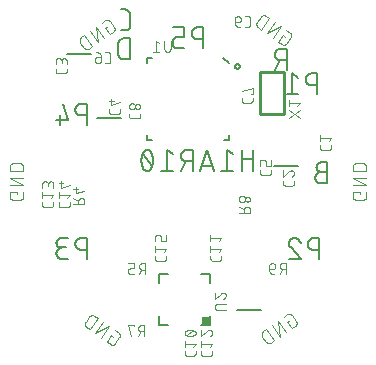
<source format=gbr>
G04 EAGLE Gerber RS-274X export*
G75*
%MOMM*%
%FSLAX34Y34*%
%LPD*%
%INSilkscreen Bottom*%
%IPPOS*%
%AMOC8*
5,1,8,0,0,1.08239X$1,22.5*%
G01*
%ADD10C,0.152400*%
%ADD11C,0.101600*%
%ADD12C,0.076200*%
%ADD13C,0.127000*%
%ADD14C,0.254000*%
%ADD15R,0.694750X0.707781*%


D10*
X463923Y354528D02*
X458985Y354528D01*
X458845Y354526D01*
X458706Y354520D01*
X458566Y354510D01*
X458427Y354496D01*
X458288Y354479D01*
X458150Y354457D01*
X458013Y354431D01*
X457876Y354402D01*
X457740Y354369D01*
X457606Y354332D01*
X457472Y354291D01*
X457340Y354246D01*
X457208Y354197D01*
X457079Y354145D01*
X456951Y354090D01*
X456824Y354030D01*
X456699Y353967D01*
X456576Y353901D01*
X456455Y353831D01*
X456336Y353758D01*
X456219Y353681D01*
X456105Y353601D01*
X455992Y353518D01*
X455882Y353432D01*
X455775Y353342D01*
X455670Y353250D01*
X455568Y353155D01*
X455468Y353057D01*
X455371Y352956D01*
X455277Y352852D01*
X455187Y352746D01*
X455099Y352637D01*
X455014Y352526D01*
X454933Y352412D01*
X454854Y352297D01*
X454779Y352179D01*
X454708Y352059D01*
X454640Y351936D01*
X454575Y351813D01*
X454514Y351687D01*
X454456Y351559D01*
X454402Y351431D01*
X454352Y351300D01*
X454305Y351168D01*
X454262Y351035D01*
X454223Y350901D01*
X454188Y350766D01*
X454157Y350630D01*
X454129Y350492D01*
X454106Y350355D01*
X454086Y350216D01*
X454070Y350077D01*
X454058Y349938D01*
X454050Y349799D01*
X454046Y349659D01*
X454046Y349519D01*
X454050Y349379D01*
X454058Y349240D01*
X454070Y349101D01*
X454086Y348962D01*
X454106Y348823D01*
X454129Y348686D01*
X454157Y348548D01*
X454188Y348412D01*
X454223Y348277D01*
X454262Y348143D01*
X454305Y348010D01*
X454352Y347878D01*
X454402Y347747D01*
X454456Y347619D01*
X454514Y347491D01*
X454575Y347365D01*
X454640Y347242D01*
X454708Y347120D01*
X454779Y346999D01*
X454854Y346881D01*
X454933Y346766D01*
X455014Y346652D01*
X455099Y346541D01*
X455187Y346432D01*
X455277Y346326D01*
X455371Y346222D01*
X455468Y346121D01*
X455568Y346023D01*
X455670Y345928D01*
X455775Y345836D01*
X455882Y345746D01*
X455992Y345660D01*
X456105Y345577D01*
X456219Y345497D01*
X456336Y345420D01*
X456455Y345347D01*
X456576Y345277D01*
X456699Y345211D01*
X456824Y345148D01*
X456951Y345088D01*
X457079Y345033D01*
X457208Y344981D01*
X457340Y344932D01*
X457472Y344887D01*
X457606Y344846D01*
X457740Y344809D01*
X457876Y344776D01*
X458013Y344747D01*
X458150Y344721D01*
X458288Y344699D01*
X458427Y344682D01*
X458566Y344668D01*
X458706Y344658D01*
X458845Y344652D01*
X458985Y344650D01*
X463923Y344650D01*
X463923Y362430D01*
X458985Y362430D01*
X458861Y362428D01*
X458737Y362422D01*
X458613Y362412D01*
X458490Y362399D01*
X458367Y362381D01*
X458245Y362360D01*
X458123Y362335D01*
X458002Y362306D01*
X457883Y362273D01*
X457764Y362237D01*
X457647Y362196D01*
X457531Y362153D01*
X457416Y362105D01*
X457303Y362054D01*
X457191Y361999D01*
X457082Y361941D01*
X456974Y361880D01*
X456868Y361815D01*
X456764Y361747D01*
X456663Y361675D01*
X456563Y361601D01*
X456467Y361523D01*
X456372Y361443D01*
X456280Y361359D01*
X456191Y361273D01*
X456105Y361184D01*
X456021Y361092D01*
X455941Y360997D01*
X455863Y360901D01*
X455789Y360801D01*
X455717Y360700D01*
X455649Y360596D01*
X455584Y360490D01*
X455523Y360382D01*
X455465Y360273D01*
X455410Y360161D01*
X455359Y360048D01*
X455311Y359933D01*
X455268Y359817D01*
X455227Y359700D01*
X455191Y359581D01*
X455158Y359462D01*
X455129Y359341D01*
X455104Y359219D01*
X455083Y359097D01*
X455065Y358974D01*
X455052Y358851D01*
X455042Y358727D01*
X455036Y358603D01*
X455034Y358479D01*
X455036Y358355D01*
X455042Y358231D01*
X455052Y358107D01*
X455065Y357984D01*
X455083Y357861D01*
X455104Y357739D01*
X455129Y357617D01*
X455158Y357496D01*
X455191Y357377D01*
X455227Y357258D01*
X455268Y357141D01*
X455311Y357025D01*
X455359Y356910D01*
X455410Y356797D01*
X455465Y356685D01*
X455523Y356576D01*
X455584Y356468D01*
X455649Y356362D01*
X455717Y356258D01*
X455789Y356157D01*
X455863Y356057D01*
X455941Y355961D01*
X456021Y355866D01*
X456105Y355774D01*
X456191Y355685D01*
X456280Y355599D01*
X456372Y355515D01*
X456467Y355435D01*
X456563Y355357D01*
X456663Y355283D01*
X456764Y355211D01*
X456868Y355143D01*
X456974Y355078D01*
X457082Y355017D01*
X457191Y354959D01*
X457303Y354904D01*
X457416Y354853D01*
X457531Y354805D01*
X457647Y354762D01*
X457764Y354721D01*
X457883Y354685D01*
X458002Y354652D01*
X458123Y354623D01*
X458245Y354598D01*
X458367Y354577D01*
X458490Y354559D01*
X458613Y354546D01*
X458737Y354536D01*
X458861Y354530D01*
X458985Y354528D01*
X429641Y440941D02*
X429641Y458721D01*
X424702Y458721D01*
X424702Y458722D02*
X424562Y458720D01*
X424423Y458714D01*
X424283Y458704D01*
X424144Y458690D01*
X424005Y458673D01*
X423867Y458651D01*
X423730Y458625D01*
X423593Y458596D01*
X423457Y458563D01*
X423323Y458526D01*
X423189Y458485D01*
X423057Y458440D01*
X422925Y458391D01*
X422796Y458339D01*
X422668Y458284D01*
X422541Y458224D01*
X422416Y458161D01*
X422293Y458095D01*
X422172Y458025D01*
X422053Y457952D01*
X421936Y457875D01*
X421822Y457795D01*
X421709Y457712D01*
X421599Y457626D01*
X421492Y457536D01*
X421387Y457444D01*
X421285Y457349D01*
X421185Y457251D01*
X421088Y457150D01*
X420994Y457046D01*
X420904Y456940D01*
X420816Y456831D01*
X420731Y456720D01*
X420650Y456606D01*
X420571Y456491D01*
X420496Y456373D01*
X420425Y456253D01*
X420357Y456130D01*
X420292Y456007D01*
X420231Y455881D01*
X420173Y455753D01*
X420119Y455625D01*
X420069Y455494D01*
X420022Y455362D01*
X419979Y455229D01*
X419940Y455095D01*
X419905Y454960D01*
X419874Y454824D01*
X419846Y454686D01*
X419823Y454549D01*
X419803Y454410D01*
X419787Y454271D01*
X419775Y454132D01*
X419767Y453993D01*
X419763Y453853D01*
X419763Y453713D01*
X419767Y453573D01*
X419775Y453434D01*
X419787Y453295D01*
X419803Y453156D01*
X419823Y453017D01*
X419846Y452880D01*
X419874Y452742D01*
X419905Y452606D01*
X419940Y452471D01*
X419979Y452337D01*
X420022Y452204D01*
X420069Y452072D01*
X420119Y451941D01*
X420173Y451813D01*
X420231Y451685D01*
X420292Y451559D01*
X420357Y451436D01*
X420425Y451314D01*
X420496Y451193D01*
X420571Y451075D01*
X420650Y450960D01*
X420731Y450846D01*
X420816Y450735D01*
X420904Y450626D01*
X420994Y450520D01*
X421088Y450416D01*
X421185Y450315D01*
X421285Y450217D01*
X421387Y450122D01*
X421492Y450030D01*
X421599Y449940D01*
X421709Y449854D01*
X421822Y449771D01*
X421936Y449691D01*
X422053Y449614D01*
X422172Y449541D01*
X422293Y449471D01*
X422416Y449405D01*
X422541Y449342D01*
X422668Y449282D01*
X422796Y449227D01*
X422925Y449175D01*
X423057Y449126D01*
X423189Y449081D01*
X423323Y449040D01*
X423457Y449003D01*
X423593Y448970D01*
X423730Y448941D01*
X423867Y448915D01*
X424005Y448893D01*
X424144Y448876D01*
X424283Y448862D01*
X424423Y448852D01*
X424562Y448846D01*
X424702Y448844D01*
X429641Y448844D01*
X423714Y448844D02*
X419763Y440941D01*
X293201Y474007D02*
X289250Y474007D01*
X293201Y474007D02*
X293325Y474009D01*
X293449Y474015D01*
X293573Y474025D01*
X293696Y474038D01*
X293819Y474056D01*
X293941Y474077D01*
X294063Y474102D01*
X294184Y474131D01*
X294303Y474164D01*
X294422Y474200D01*
X294539Y474241D01*
X294655Y474284D01*
X294770Y474332D01*
X294883Y474383D01*
X294995Y474438D01*
X295104Y474496D01*
X295212Y474557D01*
X295318Y474622D01*
X295422Y474690D01*
X295523Y474762D01*
X295623Y474836D01*
X295719Y474914D01*
X295814Y474994D01*
X295906Y475078D01*
X295995Y475164D01*
X296081Y475253D01*
X296165Y475345D01*
X296245Y475440D01*
X296323Y475536D01*
X296397Y475636D01*
X296469Y475737D01*
X296537Y475841D01*
X296602Y475947D01*
X296663Y476055D01*
X296721Y476164D01*
X296776Y476276D01*
X296827Y476389D01*
X296875Y476504D01*
X296918Y476620D01*
X296959Y476737D01*
X296995Y476856D01*
X297028Y476975D01*
X297057Y477096D01*
X297082Y477218D01*
X297103Y477340D01*
X297121Y477463D01*
X297134Y477586D01*
X297144Y477710D01*
X297150Y477834D01*
X297152Y477958D01*
X297152Y487836D01*
X297150Y487960D01*
X297144Y488084D01*
X297134Y488208D01*
X297121Y488331D01*
X297103Y488454D01*
X297082Y488576D01*
X297057Y488698D01*
X297028Y488819D01*
X296995Y488938D01*
X296959Y489057D01*
X296918Y489174D01*
X296875Y489290D01*
X296827Y489405D01*
X296776Y489518D01*
X296721Y489630D01*
X296663Y489739D01*
X296602Y489847D01*
X296537Y489953D01*
X296469Y490057D01*
X296397Y490158D01*
X296323Y490258D01*
X296245Y490354D01*
X296165Y490449D01*
X296081Y490541D01*
X295995Y490630D01*
X295906Y490716D01*
X295814Y490800D01*
X295719Y490880D01*
X295623Y490958D01*
X295523Y491032D01*
X295422Y491104D01*
X295318Y491172D01*
X295212Y491237D01*
X295104Y491298D01*
X294995Y491356D01*
X294883Y491411D01*
X294770Y491462D01*
X294656Y491510D01*
X294539Y491553D01*
X294422Y491594D01*
X294303Y491630D01*
X294184Y491663D01*
X294063Y491692D01*
X293941Y491717D01*
X293819Y491738D01*
X293696Y491756D01*
X293573Y491769D01*
X293449Y491779D01*
X293325Y491785D01*
X293201Y491787D01*
X289250Y491787D01*
D11*
X426501Y469840D02*
X428096Y468723D01*
X426501Y469840D02*
X422778Y464523D01*
X425968Y462289D01*
X426051Y462234D01*
X426135Y462182D01*
X426222Y462133D01*
X426310Y462087D01*
X426400Y462045D01*
X426492Y462006D01*
X426585Y461971D01*
X426679Y461939D01*
X426774Y461911D01*
X426871Y461887D01*
X426968Y461866D01*
X427066Y461850D01*
X427165Y461836D01*
X427264Y461827D01*
X427363Y461822D01*
X427463Y461820D01*
X427562Y461822D01*
X427661Y461828D01*
X427760Y461838D01*
X427859Y461851D01*
X427957Y461869D01*
X428054Y461890D01*
X428150Y461914D01*
X428246Y461943D01*
X428340Y461975D01*
X428433Y462010D01*
X428524Y462049D01*
X428614Y462092D01*
X428702Y462138D01*
X428788Y462187D01*
X428873Y462240D01*
X428955Y462296D01*
X429035Y462355D01*
X429113Y462417D01*
X429188Y462482D01*
X429261Y462549D01*
X429331Y462620D01*
X429399Y462693D01*
X429463Y462769D01*
X429525Y462847D01*
X429584Y462927D01*
X433307Y468244D01*
X433362Y468327D01*
X433414Y468411D01*
X433463Y468498D01*
X433509Y468586D01*
X433551Y468676D01*
X433590Y468768D01*
X433625Y468861D01*
X433657Y468955D01*
X433685Y469050D01*
X433709Y469147D01*
X433730Y469244D01*
X433746Y469342D01*
X433760Y469441D01*
X433769Y469540D01*
X433774Y469639D01*
X433776Y469739D01*
X433774Y469838D01*
X433768Y469937D01*
X433758Y470036D01*
X433745Y470135D01*
X433727Y470233D01*
X433706Y470330D01*
X433682Y470426D01*
X433653Y470522D01*
X433621Y470616D01*
X433586Y470709D01*
X433547Y470800D01*
X433504Y470890D01*
X433458Y470978D01*
X433409Y471064D01*
X433356Y471149D01*
X433300Y471231D01*
X433241Y471311D01*
X433179Y471389D01*
X433114Y471464D01*
X433047Y471537D01*
X432976Y471607D01*
X432903Y471675D01*
X432827Y471739D01*
X432749Y471801D01*
X432669Y471860D01*
X432670Y471860D02*
X429479Y474094D01*
X424810Y477364D02*
X418108Y467793D01*
X412791Y471516D02*
X424810Y477364D01*
X419492Y481087D02*
X412791Y471516D01*
X408121Y474786D02*
X414822Y484357D01*
X412164Y486218D01*
X412164Y486219D02*
X412070Y486282D01*
X411974Y486342D01*
X411876Y486399D01*
X411776Y486452D01*
X411674Y486502D01*
X411570Y486548D01*
X411465Y486590D01*
X411359Y486629D01*
X411251Y486664D01*
X411142Y486695D01*
X411032Y486723D01*
X410921Y486746D01*
X410810Y486766D01*
X410698Y486782D01*
X410585Y486794D01*
X410472Y486802D01*
X410359Y486806D01*
X410245Y486806D01*
X410132Y486802D01*
X410019Y486794D01*
X409906Y486782D01*
X409794Y486766D01*
X409683Y486746D01*
X409572Y486723D01*
X409462Y486695D01*
X409353Y486664D01*
X409245Y486629D01*
X409139Y486590D01*
X409034Y486548D01*
X408930Y486502D01*
X408828Y486452D01*
X408728Y486399D01*
X408630Y486342D01*
X408534Y486282D01*
X408440Y486219D01*
X408349Y486152D01*
X408259Y486083D01*
X408172Y486010D01*
X408088Y485934D01*
X408007Y485855D01*
X407928Y485774D01*
X407852Y485690D01*
X407779Y485603D01*
X407710Y485514D01*
X407643Y485422D01*
X407644Y485421D02*
X404665Y481168D01*
X404602Y481074D01*
X404542Y480978D01*
X404485Y480880D01*
X404432Y480780D01*
X404382Y480678D01*
X404336Y480574D01*
X404294Y480469D01*
X404255Y480363D01*
X404220Y480255D01*
X404189Y480146D01*
X404161Y480036D01*
X404138Y479925D01*
X404118Y479814D01*
X404102Y479702D01*
X404090Y479589D01*
X404082Y479476D01*
X404078Y479363D01*
X404078Y479249D01*
X404082Y479136D01*
X404090Y479023D01*
X404102Y478910D01*
X404118Y478798D01*
X404138Y478687D01*
X404161Y478576D01*
X404189Y478466D01*
X404220Y478357D01*
X404255Y478249D01*
X404294Y478143D01*
X404336Y478038D01*
X404382Y477934D01*
X404432Y477832D01*
X404485Y477732D01*
X404542Y477634D01*
X404602Y477538D01*
X404665Y477444D01*
X404732Y477352D01*
X404801Y477263D01*
X404874Y477176D01*
X404950Y477092D01*
X405029Y477011D01*
X405110Y476932D01*
X405194Y476856D01*
X405281Y476783D01*
X405371Y476714D01*
X405462Y476647D01*
X408121Y474786D01*
X492049Y337254D02*
X492049Y335306D01*
X492049Y337254D02*
X485558Y337254D01*
X485558Y333359D01*
X485560Y333260D01*
X485566Y333160D01*
X485575Y333061D01*
X485588Y332963D01*
X485605Y332865D01*
X485626Y332767D01*
X485651Y332671D01*
X485679Y332576D01*
X485711Y332482D01*
X485746Y332389D01*
X485785Y332297D01*
X485828Y332207D01*
X485873Y332119D01*
X485923Y332032D01*
X485975Y331948D01*
X486031Y331865D01*
X486089Y331785D01*
X486151Y331707D01*
X486216Y331632D01*
X486284Y331559D01*
X486354Y331489D01*
X486427Y331421D01*
X486502Y331356D01*
X486580Y331294D01*
X486660Y331236D01*
X486743Y331180D01*
X486827Y331128D01*
X486914Y331078D01*
X487002Y331033D01*
X487092Y330990D01*
X487184Y330951D01*
X487277Y330916D01*
X487371Y330884D01*
X487466Y330856D01*
X487562Y330831D01*
X487660Y330810D01*
X487758Y330793D01*
X487856Y330780D01*
X487955Y330771D01*
X488055Y330765D01*
X488154Y330763D01*
X494646Y330763D01*
X494745Y330765D01*
X494845Y330771D01*
X494944Y330780D01*
X495042Y330793D01*
X495140Y330810D01*
X495238Y330831D01*
X495334Y330856D01*
X495429Y330884D01*
X495523Y330916D01*
X495616Y330951D01*
X495708Y330990D01*
X495798Y331033D01*
X495886Y331078D01*
X495973Y331128D01*
X496057Y331180D01*
X496140Y331236D01*
X496220Y331294D01*
X496298Y331356D01*
X496373Y331421D01*
X496446Y331489D01*
X496516Y331559D01*
X496584Y331632D01*
X496649Y331707D01*
X496711Y331785D01*
X496769Y331865D01*
X496825Y331948D01*
X496877Y332032D01*
X496927Y332119D01*
X496972Y332207D01*
X497015Y332297D01*
X497054Y332389D01*
X497089Y332481D01*
X497121Y332576D01*
X497149Y332671D01*
X497174Y332767D01*
X497195Y332865D01*
X497212Y332963D01*
X497225Y333061D01*
X497234Y333160D01*
X497240Y333260D01*
X497242Y333359D01*
X497242Y337254D01*
X497242Y342954D02*
X485558Y342954D01*
X485558Y349446D02*
X497242Y342954D01*
X497242Y349446D02*
X485558Y349446D01*
X485558Y355146D02*
X497242Y355146D01*
X497242Y358392D01*
X497240Y358505D01*
X497234Y358618D01*
X497224Y358731D01*
X497210Y358844D01*
X497193Y358956D01*
X497171Y359067D01*
X497146Y359177D01*
X497116Y359287D01*
X497083Y359395D01*
X497046Y359502D01*
X497006Y359608D01*
X496961Y359712D01*
X496913Y359815D01*
X496862Y359916D01*
X496807Y360015D01*
X496749Y360112D01*
X496687Y360207D01*
X496622Y360300D01*
X496554Y360390D01*
X496483Y360478D01*
X496408Y360564D01*
X496331Y360647D01*
X496251Y360727D01*
X496168Y360804D01*
X496082Y360879D01*
X495994Y360950D01*
X495904Y361018D01*
X495811Y361083D01*
X495716Y361145D01*
X495619Y361203D01*
X495520Y361258D01*
X495419Y361309D01*
X495316Y361357D01*
X495212Y361402D01*
X495106Y361442D01*
X494999Y361479D01*
X494891Y361512D01*
X494781Y361542D01*
X494671Y361567D01*
X494560Y361589D01*
X494448Y361606D01*
X494335Y361620D01*
X494222Y361630D01*
X494109Y361636D01*
X493996Y361638D01*
X488804Y361638D01*
X488691Y361636D01*
X488578Y361630D01*
X488465Y361620D01*
X488352Y361606D01*
X488240Y361589D01*
X488129Y361567D01*
X488019Y361542D01*
X487909Y361512D01*
X487801Y361479D01*
X487694Y361442D01*
X487588Y361402D01*
X487484Y361357D01*
X487381Y361309D01*
X487280Y361258D01*
X487181Y361203D01*
X487084Y361145D01*
X486989Y361083D01*
X486896Y361018D01*
X486806Y360950D01*
X486718Y360879D01*
X486632Y360804D01*
X486549Y360727D01*
X486469Y360647D01*
X486392Y360564D01*
X486317Y360478D01*
X486246Y360390D01*
X486178Y360300D01*
X486113Y360207D01*
X486051Y360112D01*
X485993Y360015D01*
X485938Y359916D01*
X485887Y359815D01*
X485839Y359712D01*
X485794Y359608D01*
X485754Y359502D01*
X485717Y359395D01*
X485684Y359287D01*
X485654Y359177D01*
X485629Y359067D01*
X485607Y358956D01*
X485590Y358844D01*
X485576Y358731D01*
X485566Y358618D01*
X485560Y358505D01*
X485558Y358392D01*
X485558Y355146D01*
X431796Y228233D02*
X430201Y227116D01*
X433924Y221798D01*
X437115Y224032D01*
X437114Y224032D02*
X437194Y224091D01*
X437272Y224153D01*
X437348Y224217D01*
X437421Y224285D01*
X437492Y224355D01*
X437559Y224428D01*
X437624Y224503D01*
X437686Y224581D01*
X437745Y224661D01*
X437801Y224743D01*
X437854Y224828D01*
X437903Y224914D01*
X437949Y225002D01*
X437992Y225092D01*
X438031Y225183D01*
X438066Y225276D01*
X438098Y225370D01*
X438127Y225466D01*
X438151Y225562D01*
X438172Y225659D01*
X438190Y225757D01*
X438203Y225856D01*
X438213Y225955D01*
X438219Y226054D01*
X438221Y226153D01*
X438219Y226253D01*
X438214Y226352D01*
X438204Y226451D01*
X438191Y226550D01*
X438175Y226648D01*
X438154Y226745D01*
X438130Y226842D01*
X438102Y226937D01*
X438070Y227031D01*
X438035Y227124D01*
X437996Y227216D01*
X437954Y227306D01*
X437908Y227394D01*
X437859Y227481D01*
X437807Y227565D01*
X437752Y227648D01*
X434029Y232966D01*
X434029Y232965D02*
X433970Y233045D01*
X433908Y233123D01*
X433844Y233199D01*
X433776Y233272D01*
X433706Y233343D01*
X433633Y233410D01*
X433558Y233475D01*
X433480Y233537D01*
X433400Y233596D01*
X433318Y233652D01*
X433233Y233705D01*
X433147Y233754D01*
X433059Y233800D01*
X432969Y233843D01*
X432878Y233882D01*
X432785Y233917D01*
X432691Y233949D01*
X432595Y233978D01*
X432499Y234002D01*
X432402Y234023D01*
X432304Y234041D01*
X432205Y234054D01*
X432106Y234064D01*
X432007Y234070D01*
X431908Y234072D01*
X431808Y234070D01*
X431709Y234065D01*
X431610Y234056D01*
X431511Y234042D01*
X431413Y234026D01*
X431316Y234005D01*
X431219Y233981D01*
X431124Y233953D01*
X431030Y233921D01*
X430937Y233886D01*
X430845Y233847D01*
X430755Y233805D01*
X430667Y233759D01*
X430580Y233710D01*
X430496Y233658D01*
X430413Y233603D01*
X427223Y231369D01*
X422553Y228099D02*
X429254Y218529D01*
X423937Y214805D02*
X422553Y228099D01*
X417236Y224376D02*
X423937Y214805D01*
X419267Y211535D02*
X412566Y221106D01*
X409907Y219245D01*
X409816Y219178D01*
X409726Y219109D01*
X409639Y219036D01*
X409555Y218960D01*
X409474Y218881D01*
X409395Y218800D01*
X409319Y218716D01*
X409246Y218629D01*
X409177Y218540D01*
X409110Y218448D01*
X409047Y218354D01*
X408987Y218258D01*
X408930Y218160D01*
X408877Y218060D01*
X408827Y217958D01*
X408781Y217854D01*
X408739Y217749D01*
X408700Y217643D01*
X408665Y217535D01*
X408634Y217426D01*
X408606Y217316D01*
X408583Y217205D01*
X408563Y217094D01*
X408547Y216982D01*
X408535Y216869D01*
X408527Y216756D01*
X408523Y216643D01*
X408523Y216529D01*
X408527Y216416D01*
X408535Y216303D01*
X408547Y216190D01*
X408563Y216078D01*
X408583Y215967D01*
X408606Y215856D01*
X408634Y215746D01*
X408665Y215637D01*
X408700Y215529D01*
X408739Y215423D01*
X408781Y215318D01*
X408827Y215214D01*
X408877Y215112D01*
X408930Y215012D01*
X408987Y214914D01*
X409047Y214818D01*
X409110Y214724D01*
X409110Y214725D02*
X412089Y210471D01*
X412088Y210470D02*
X412155Y210379D01*
X412224Y210289D01*
X412297Y210202D01*
X412373Y210118D01*
X412452Y210037D01*
X412533Y209958D01*
X412617Y209882D01*
X412704Y209809D01*
X412794Y209740D01*
X412885Y209673D01*
X412979Y209610D01*
X413075Y209550D01*
X413173Y209493D01*
X413273Y209440D01*
X413375Y209390D01*
X413479Y209344D01*
X413584Y209302D01*
X413690Y209263D01*
X413798Y209228D01*
X413907Y209197D01*
X414017Y209169D01*
X414128Y209146D01*
X414239Y209126D01*
X414351Y209110D01*
X414464Y209098D01*
X414577Y209090D01*
X414690Y209086D01*
X414804Y209086D01*
X414917Y209090D01*
X415030Y209098D01*
X415143Y209110D01*
X415255Y209126D01*
X415366Y209146D01*
X415477Y209169D01*
X415587Y209197D01*
X415696Y209228D01*
X415804Y209263D01*
X415910Y209302D01*
X416015Y209344D01*
X416119Y209390D01*
X416221Y209440D01*
X416321Y209493D01*
X416419Y209550D01*
X416515Y209610D01*
X416609Y209673D01*
X416609Y209674D02*
X419267Y211535D01*
X282896Y214783D02*
X281301Y215900D01*
X277578Y210583D01*
X280768Y208349D01*
X280851Y208294D01*
X280935Y208242D01*
X281022Y208193D01*
X281110Y208147D01*
X281200Y208105D01*
X281292Y208066D01*
X281385Y208031D01*
X281479Y207999D01*
X281574Y207971D01*
X281671Y207947D01*
X281768Y207926D01*
X281866Y207910D01*
X281965Y207896D01*
X282064Y207887D01*
X282163Y207882D01*
X282263Y207880D01*
X282362Y207882D01*
X282461Y207888D01*
X282560Y207898D01*
X282659Y207911D01*
X282757Y207929D01*
X282854Y207950D01*
X282950Y207974D01*
X283046Y208003D01*
X283140Y208035D01*
X283233Y208070D01*
X283324Y208109D01*
X283414Y208152D01*
X283502Y208198D01*
X283588Y208247D01*
X283673Y208300D01*
X283755Y208356D01*
X283835Y208415D01*
X283913Y208477D01*
X283988Y208542D01*
X284061Y208609D01*
X284131Y208680D01*
X284199Y208753D01*
X284263Y208829D01*
X284325Y208907D01*
X284384Y208987D01*
X288107Y214304D01*
X288162Y214387D01*
X288214Y214471D01*
X288263Y214558D01*
X288309Y214646D01*
X288351Y214736D01*
X288390Y214828D01*
X288425Y214921D01*
X288457Y215015D01*
X288485Y215110D01*
X288509Y215207D01*
X288530Y215304D01*
X288546Y215402D01*
X288560Y215501D01*
X288569Y215600D01*
X288574Y215699D01*
X288576Y215799D01*
X288574Y215898D01*
X288568Y215997D01*
X288558Y216096D01*
X288545Y216195D01*
X288527Y216293D01*
X288506Y216390D01*
X288482Y216486D01*
X288453Y216582D01*
X288421Y216676D01*
X288386Y216769D01*
X288347Y216860D01*
X288304Y216950D01*
X288258Y217038D01*
X288209Y217124D01*
X288156Y217209D01*
X288100Y217291D01*
X288041Y217371D01*
X287979Y217449D01*
X287914Y217524D01*
X287847Y217597D01*
X287776Y217667D01*
X287703Y217735D01*
X287627Y217799D01*
X287549Y217861D01*
X287469Y217920D01*
X287470Y217920D02*
X284279Y220154D01*
X279610Y223424D02*
X272908Y213853D01*
X267591Y217576D02*
X279610Y223424D01*
X274292Y227147D02*
X267591Y217576D01*
X262921Y220846D02*
X269622Y230417D01*
X266964Y232278D01*
X266964Y232279D02*
X266870Y232342D01*
X266774Y232402D01*
X266676Y232459D01*
X266576Y232512D01*
X266474Y232562D01*
X266370Y232608D01*
X266265Y232650D01*
X266159Y232689D01*
X266051Y232724D01*
X265942Y232755D01*
X265832Y232783D01*
X265721Y232806D01*
X265610Y232826D01*
X265498Y232842D01*
X265385Y232854D01*
X265272Y232862D01*
X265159Y232866D01*
X265045Y232866D01*
X264932Y232862D01*
X264819Y232854D01*
X264706Y232842D01*
X264594Y232826D01*
X264483Y232806D01*
X264372Y232783D01*
X264262Y232755D01*
X264153Y232724D01*
X264045Y232689D01*
X263939Y232650D01*
X263834Y232608D01*
X263730Y232562D01*
X263628Y232512D01*
X263528Y232459D01*
X263430Y232402D01*
X263334Y232342D01*
X263240Y232279D01*
X263149Y232212D01*
X263059Y232143D01*
X262972Y232070D01*
X262888Y231994D01*
X262807Y231915D01*
X262728Y231834D01*
X262652Y231750D01*
X262579Y231663D01*
X262510Y231574D01*
X262443Y231482D01*
X262444Y231481D02*
X259465Y227228D01*
X259402Y227134D01*
X259342Y227038D01*
X259285Y226940D01*
X259232Y226840D01*
X259182Y226738D01*
X259136Y226634D01*
X259094Y226529D01*
X259055Y226423D01*
X259020Y226315D01*
X258989Y226206D01*
X258961Y226096D01*
X258938Y225985D01*
X258918Y225874D01*
X258902Y225762D01*
X258890Y225649D01*
X258882Y225536D01*
X258878Y225423D01*
X258878Y225309D01*
X258882Y225196D01*
X258890Y225083D01*
X258902Y224970D01*
X258918Y224858D01*
X258938Y224747D01*
X258961Y224636D01*
X258989Y224526D01*
X259020Y224417D01*
X259055Y224309D01*
X259094Y224203D01*
X259136Y224098D01*
X259182Y223994D01*
X259232Y223892D01*
X259285Y223792D01*
X259342Y223694D01*
X259402Y223598D01*
X259465Y223504D01*
X259532Y223412D01*
X259601Y223323D01*
X259674Y223236D01*
X259750Y223152D01*
X259829Y223071D01*
X259910Y222992D01*
X259994Y222916D01*
X260081Y222843D01*
X260171Y222774D01*
X260262Y222707D01*
X262921Y220846D01*
X201649Y335306D02*
X201649Y337254D01*
X195158Y337254D01*
X195158Y333359D01*
X195160Y333260D01*
X195166Y333160D01*
X195175Y333061D01*
X195188Y332963D01*
X195205Y332865D01*
X195226Y332767D01*
X195251Y332671D01*
X195279Y332576D01*
X195311Y332482D01*
X195346Y332389D01*
X195385Y332297D01*
X195428Y332207D01*
X195473Y332119D01*
X195523Y332032D01*
X195575Y331948D01*
X195631Y331865D01*
X195689Y331785D01*
X195751Y331707D01*
X195816Y331632D01*
X195884Y331559D01*
X195954Y331489D01*
X196027Y331421D01*
X196102Y331356D01*
X196180Y331294D01*
X196260Y331236D01*
X196343Y331180D01*
X196427Y331128D01*
X196514Y331078D01*
X196602Y331033D01*
X196692Y330990D01*
X196784Y330951D01*
X196877Y330916D01*
X196971Y330884D01*
X197066Y330856D01*
X197162Y330831D01*
X197260Y330810D01*
X197358Y330793D01*
X197456Y330780D01*
X197555Y330771D01*
X197655Y330765D01*
X197754Y330763D01*
X204246Y330763D01*
X204345Y330765D01*
X204445Y330771D01*
X204544Y330780D01*
X204642Y330793D01*
X204740Y330810D01*
X204838Y330831D01*
X204934Y330856D01*
X205029Y330884D01*
X205123Y330916D01*
X205216Y330951D01*
X205308Y330990D01*
X205398Y331033D01*
X205486Y331078D01*
X205573Y331128D01*
X205657Y331180D01*
X205740Y331236D01*
X205820Y331294D01*
X205898Y331356D01*
X205973Y331421D01*
X206046Y331489D01*
X206116Y331559D01*
X206184Y331632D01*
X206249Y331707D01*
X206311Y331785D01*
X206369Y331865D01*
X206425Y331948D01*
X206477Y332032D01*
X206527Y332119D01*
X206572Y332207D01*
X206615Y332297D01*
X206654Y332389D01*
X206689Y332481D01*
X206721Y332576D01*
X206749Y332671D01*
X206774Y332767D01*
X206795Y332865D01*
X206812Y332963D01*
X206825Y333061D01*
X206834Y333160D01*
X206840Y333260D01*
X206842Y333359D01*
X206842Y337254D01*
X206842Y342954D02*
X195158Y342954D01*
X195158Y349446D02*
X206842Y342954D01*
X206842Y349446D02*
X195158Y349446D01*
X195158Y355146D02*
X206842Y355146D01*
X206842Y358392D01*
X206840Y358505D01*
X206834Y358618D01*
X206824Y358731D01*
X206810Y358844D01*
X206793Y358956D01*
X206771Y359067D01*
X206746Y359177D01*
X206716Y359287D01*
X206683Y359395D01*
X206646Y359502D01*
X206606Y359608D01*
X206561Y359712D01*
X206513Y359815D01*
X206462Y359916D01*
X206407Y360015D01*
X206349Y360112D01*
X206287Y360207D01*
X206222Y360300D01*
X206154Y360390D01*
X206083Y360478D01*
X206008Y360564D01*
X205931Y360647D01*
X205851Y360727D01*
X205768Y360804D01*
X205682Y360879D01*
X205594Y360950D01*
X205504Y361018D01*
X205411Y361083D01*
X205316Y361145D01*
X205219Y361203D01*
X205120Y361258D01*
X205019Y361309D01*
X204916Y361357D01*
X204812Y361402D01*
X204706Y361442D01*
X204599Y361479D01*
X204491Y361512D01*
X204381Y361542D01*
X204271Y361567D01*
X204160Y361589D01*
X204048Y361606D01*
X203935Y361620D01*
X203822Y361630D01*
X203709Y361636D01*
X203596Y361638D01*
X198404Y361638D01*
X198291Y361636D01*
X198178Y361630D01*
X198065Y361620D01*
X197952Y361606D01*
X197840Y361589D01*
X197729Y361567D01*
X197619Y361542D01*
X197509Y361512D01*
X197401Y361479D01*
X197294Y361442D01*
X197188Y361402D01*
X197084Y361357D01*
X196981Y361309D01*
X196880Y361258D01*
X196781Y361203D01*
X196684Y361145D01*
X196589Y361083D01*
X196496Y361018D01*
X196406Y360950D01*
X196318Y360879D01*
X196232Y360804D01*
X196149Y360727D01*
X196069Y360647D01*
X195992Y360564D01*
X195917Y360478D01*
X195846Y360390D01*
X195778Y360300D01*
X195713Y360207D01*
X195651Y360112D01*
X195593Y360015D01*
X195538Y359916D01*
X195487Y359815D01*
X195439Y359712D01*
X195394Y359608D01*
X195354Y359502D01*
X195317Y359395D01*
X195284Y359287D01*
X195254Y359177D01*
X195229Y359067D01*
X195207Y358956D01*
X195190Y358844D01*
X195176Y358731D01*
X195166Y358618D01*
X195160Y358505D01*
X195158Y358392D01*
X195158Y355146D01*
X276101Y476113D02*
X277696Y477230D01*
X276101Y476113D02*
X279824Y470796D01*
X283015Y473030D01*
X283014Y473030D02*
X283094Y473089D01*
X283172Y473151D01*
X283248Y473215D01*
X283321Y473283D01*
X283392Y473353D01*
X283459Y473426D01*
X283524Y473501D01*
X283586Y473579D01*
X283645Y473659D01*
X283701Y473741D01*
X283754Y473826D01*
X283803Y473912D01*
X283849Y474000D01*
X283892Y474090D01*
X283931Y474181D01*
X283966Y474274D01*
X283998Y474368D01*
X284027Y474464D01*
X284051Y474560D01*
X284072Y474657D01*
X284090Y474755D01*
X284103Y474854D01*
X284113Y474953D01*
X284119Y475052D01*
X284121Y475151D01*
X284119Y475251D01*
X284114Y475350D01*
X284104Y475449D01*
X284091Y475548D01*
X284075Y475646D01*
X284054Y475743D01*
X284030Y475840D01*
X284002Y475935D01*
X283970Y476029D01*
X283935Y476122D01*
X283896Y476214D01*
X283854Y476304D01*
X283808Y476392D01*
X283759Y476479D01*
X283707Y476563D01*
X283652Y476646D01*
X279929Y481963D01*
X279870Y482043D01*
X279808Y482121D01*
X279744Y482197D01*
X279676Y482270D01*
X279606Y482341D01*
X279533Y482408D01*
X279458Y482473D01*
X279380Y482535D01*
X279300Y482594D01*
X279218Y482650D01*
X279133Y482703D01*
X279047Y482752D01*
X278959Y482798D01*
X278869Y482841D01*
X278778Y482880D01*
X278685Y482915D01*
X278591Y482947D01*
X278495Y482976D01*
X278399Y483000D01*
X278302Y483021D01*
X278204Y483039D01*
X278105Y483052D01*
X278006Y483062D01*
X277907Y483068D01*
X277808Y483070D01*
X277708Y483068D01*
X277609Y483063D01*
X277510Y483054D01*
X277411Y483040D01*
X277313Y483024D01*
X277216Y483003D01*
X277119Y482979D01*
X277024Y482951D01*
X276930Y482919D01*
X276837Y482884D01*
X276745Y482845D01*
X276655Y482803D01*
X276567Y482757D01*
X276480Y482708D01*
X276396Y482656D01*
X276313Y482601D01*
X273123Y480367D01*
X268453Y477097D02*
X275155Y467526D01*
X269837Y463803D02*
X268453Y477097D01*
X263136Y473374D02*
X269837Y463803D01*
X265167Y460533D02*
X258466Y470104D01*
X255807Y468242D01*
X255807Y468243D02*
X255716Y468176D01*
X255626Y468107D01*
X255539Y468034D01*
X255455Y467958D01*
X255374Y467879D01*
X255295Y467798D01*
X255219Y467714D01*
X255146Y467627D01*
X255077Y467538D01*
X255010Y467446D01*
X254947Y467352D01*
X254887Y467256D01*
X254830Y467158D01*
X254777Y467058D01*
X254727Y466956D01*
X254681Y466852D01*
X254639Y466747D01*
X254600Y466641D01*
X254565Y466533D01*
X254534Y466424D01*
X254506Y466314D01*
X254483Y466203D01*
X254463Y466092D01*
X254447Y465980D01*
X254435Y465867D01*
X254427Y465754D01*
X254423Y465641D01*
X254423Y465527D01*
X254427Y465414D01*
X254435Y465301D01*
X254447Y465188D01*
X254463Y465076D01*
X254483Y464965D01*
X254506Y464854D01*
X254534Y464744D01*
X254565Y464635D01*
X254600Y464527D01*
X254639Y464421D01*
X254681Y464316D01*
X254727Y464212D01*
X254777Y464110D01*
X254830Y464010D01*
X254887Y463912D01*
X254947Y463816D01*
X255010Y463722D01*
X257989Y459468D01*
X257988Y459468D02*
X258055Y459377D01*
X258124Y459287D01*
X258197Y459200D01*
X258273Y459116D01*
X258352Y459035D01*
X258433Y458956D01*
X258517Y458880D01*
X258604Y458807D01*
X258694Y458738D01*
X258785Y458671D01*
X258879Y458608D01*
X258975Y458548D01*
X259073Y458491D01*
X259173Y458438D01*
X259275Y458388D01*
X259379Y458342D01*
X259484Y458300D01*
X259590Y458261D01*
X259698Y458226D01*
X259807Y458195D01*
X259917Y458167D01*
X260028Y458144D01*
X260139Y458124D01*
X260251Y458108D01*
X260364Y458096D01*
X260477Y458088D01*
X260590Y458084D01*
X260704Y458084D01*
X260817Y458088D01*
X260930Y458096D01*
X261043Y458108D01*
X261155Y458124D01*
X261266Y458144D01*
X261377Y458167D01*
X261487Y458195D01*
X261596Y458226D01*
X261704Y458261D01*
X261810Y458300D01*
X261915Y458342D01*
X262019Y458388D01*
X262121Y458438D01*
X262221Y458491D01*
X262319Y458548D01*
X262415Y458608D01*
X262509Y458671D01*
X265167Y460533D01*
D10*
X455631Y437608D02*
X455631Y419828D01*
X455631Y437608D02*
X450693Y437608D01*
X450553Y437606D01*
X450414Y437600D01*
X450274Y437590D01*
X450135Y437576D01*
X449996Y437559D01*
X449858Y437537D01*
X449721Y437511D01*
X449584Y437482D01*
X449448Y437449D01*
X449314Y437412D01*
X449180Y437371D01*
X449048Y437326D01*
X448916Y437277D01*
X448787Y437225D01*
X448659Y437170D01*
X448532Y437110D01*
X448407Y437047D01*
X448284Y436981D01*
X448163Y436911D01*
X448044Y436838D01*
X447927Y436761D01*
X447813Y436681D01*
X447700Y436598D01*
X447590Y436512D01*
X447483Y436422D01*
X447378Y436330D01*
X447276Y436235D01*
X447176Y436137D01*
X447079Y436036D01*
X446985Y435932D01*
X446895Y435826D01*
X446807Y435717D01*
X446722Y435606D01*
X446641Y435492D01*
X446562Y435377D01*
X446487Y435259D01*
X446416Y435139D01*
X446348Y435016D01*
X446283Y434893D01*
X446222Y434767D01*
X446164Y434639D01*
X446110Y434511D01*
X446060Y434380D01*
X446013Y434248D01*
X445970Y434115D01*
X445931Y433981D01*
X445896Y433846D01*
X445865Y433710D01*
X445837Y433572D01*
X445814Y433435D01*
X445794Y433296D01*
X445778Y433157D01*
X445766Y433018D01*
X445758Y432879D01*
X445754Y432739D01*
X445754Y432599D01*
X445758Y432459D01*
X445766Y432320D01*
X445778Y432181D01*
X445794Y432042D01*
X445814Y431903D01*
X445837Y431766D01*
X445865Y431628D01*
X445896Y431492D01*
X445931Y431357D01*
X445970Y431223D01*
X446013Y431090D01*
X446060Y430958D01*
X446110Y430827D01*
X446164Y430699D01*
X446222Y430571D01*
X446283Y430445D01*
X446348Y430322D01*
X446416Y430200D01*
X446487Y430079D01*
X446562Y429961D01*
X446641Y429846D01*
X446722Y429732D01*
X446807Y429621D01*
X446895Y429512D01*
X446985Y429406D01*
X447079Y429302D01*
X447176Y429201D01*
X447276Y429103D01*
X447378Y429008D01*
X447483Y428916D01*
X447590Y428826D01*
X447700Y428740D01*
X447813Y428657D01*
X447927Y428577D01*
X448044Y428500D01*
X448163Y428427D01*
X448284Y428357D01*
X448407Y428291D01*
X448532Y428228D01*
X448659Y428168D01*
X448787Y428113D01*
X448916Y428061D01*
X449048Y428012D01*
X449180Y427967D01*
X449314Y427926D01*
X449448Y427889D01*
X449584Y427856D01*
X449721Y427827D01*
X449858Y427801D01*
X449996Y427779D01*
X450135Y427762D01*
X450274Y427748D01*
X450414Y427738D01*
X450553Y427732D01*
X450693Y427730D01*
X455631Y427730D01*
X439636Y433656D02*
X434697Y437608D01*
X434697Y419828D01*
X429759Y419828D02*
X439636Y419828D01*
X457536Y298290D02*
X457536Y280510D01*
X457536Y298290D02*
X452598Y298290D01*
X452458Y298288D01*
X452319Y298282D01*
X452179Y298272D01*
X452040Y298258D01*
X451901Y298241D01*
X451763Y298219D01*
X451626Y298193D01*
X451489Y298164D01*
X451353Y298131D01*
X451219Y298094D01*
X451085Y298053D01*
X450953Y298008D01*
X450821Y297959D01*
X450692Y297907D01*
X450564Y297852D01*
X450437Y297792D01*
X450312Y297729D01*
X450189Y297663D01*
X450068Y297593D01*
X449949Y297520D01*
X449832Y297443D01*
X449718Y297363D01*
X449605Y297280D01*
X449495Y297194D01*
X449388Y297104D01*
X449283Y297012D01*
X449181Y296917D01*
X449081Y296819D01*
X448984Y296718D01*
X448890Y296614D01*
X448800Y296508D01*
X448712Y296399D01*
X448627Y296288D01*
X448546Y296174D01*
X448467Y296059D01*
X448392Y295941D01*
X448321Y295821D01*
X448253Y295698D01*
X448188Y295575D01*
X448127Y295449D01*
X448069Y295321D01*
X448015Y295193D01*
X447965Y295062D01*
X447918Y294930D01*
X447875Y294797D01*
X447836Y294663D01*
X447801Y294528D01*
X447770Y294392D01*
X447742Y294254D01*
X447719Y294117D01*
X447699Y293978D01*
X447683Y293839D01*
X447671Y293700D01*
X447663Y293561D01*
X447659Y293421D01*
X447659Y293281D01*
X447663Y293141D01*
X447671Y293002D01*
X447683Y292863D01*
X447699Y292724D01*
X447719Y292585D01*
X447742Y292448D01*
X447770Y292310D01*
X447801Y292174D01*
X447836Y292039D01*
X447875Y291905D01*
X447918Y291772D01*
X447965Y291640D01*
X448015Y291509D01*
X448069Y291381D01*
X448127Y291253D01*
X448188Y291127D01*
X448253Y291004D01*
X448321Y290882D01*
X448392Y290761D01*
X448467Y290643D01*
X448546Y290528D01*
X448627Y290414D01*
X448712Y290303D01*
X448800Y290194D01*
X448890Y290088D01*
X448984Y289984D01*
X449081Y289883D01*
X449181Y289785D01*
X449283Y289690D01*
X449388Y289598D01*
X449495Y289508D01*
X449605Y289422D01*
X449718Y289339D01*
X449832Y289259D01*
X449949Y289182D01*
X450068Y289109D01*
X450189Y289039D01*
X450312Y288973D01*
X450437Y288910D01*
X450564Y288850D01*
X450692Y288795D01*
X450821Y288743D01*
X450953Y288694D01*
X451085Y288649D01*
X451219Y288608D01*
X451353Y288571D01*
X451489Y288538D01*
X451626Y288509D01*
X451763Y288483D01*
X451901Y288461D01*
X452040Y288444D01*
X452179Y288430D01*
X452319Y288420D01*
X452458Y288414D01*
X452598Y288412D01*
X457536Y288412D01*
X436109Y298290D02*
X435977Y298288D01*
X435846Y298282D01*
X435714Y298272D01*
X435583Y298259D01*
X435453Y298241D01*
X435323Y298220D01*
X435193Y298195D01*
X435065Y298166D01*
X434937Y298133D01*
X434811Y298096D01*
X434685Y298056D01*
X434561Y298012D01*
X434438Y297964D01*
X434317Y297913D01*
X434197Y297858D01*
X434079Y297800D01*
X433963Y297738D01*
X433849Y297672D01*
X433736Y297604D01*
X433626Y297532D01*
X433518Y297457D01*
X433412Y297378D01*
X433308Y297297D01*
X433207Y297212D01*
X433109Y297125D01*
X433013Y297034D01*
X432920Y296941D01*
X432829Y296845D01*
X432742Y296747D01*
X432657Y296646D01*
X432576Y296542D01*
X432497Y296436D01*
X432422Y296328D01*
X432350Y296218D01*
X432282Y296105D01*
X432216Y295991D01*
X432154Y295875D01*
X432096Y295757D01*
X432041Y295637D01*
X431990Y295516D01*
X431942Y295393D01*
X431898Y295269D01*
X431858Y295143D01*
X431821Y295017D01*
X431788Y294889D01*
X431759Y294761D01*
X431734Y294631D01*
X431713Y294501D01*
X431695Y294371D01*
X431682Y294240D01*
X431672Y294108D01*
X431666Y293977D01*
X431664Y293845D01*
X436109Y298290D02*
X436259Y298288D01*
X436408Y298282D01*
X436557Y298272D01*
X436706Y298259D01*
X436855Y298241D01*
X437003Y298220D01*
X437151Y298194D01*
X437297Y298165D01*
X437443Y298132D01*
X437588Y298095D01*
X437732Y298054D01*
X437875Y298010D01*
X438017Y297962D01*
X438157Y297910D01*
X438296Y297855D01*
X438434Y297796D01*
X438569Y297733D01*
X438704Y297667D01*
X438836Y297597D01*
X438966Y297524D01*
X439095Y297447D01*
X439222Y297367D01*
X439346Y297284D01*
X439468Y297198D01*
X439588Y297108D01*
X439705Y297015D01*
X439820Y296920D01*
X439933Y296821D01*
X440043Y296719D01*
X440150Y296615D01*
X440254Y296508D01*
X440356Y296398D01*
X440454Y296285D01*
X440550Y296170D01*
X440642Y296052D01*
X440732Y295932D01*
X440818Y295810D01*
X440901Y295686D01*
X440981Y295559D01*
X441057Y295431D01*
X441130Y295300D01*
X441200Y295167D01*
X441266Y295033D01*
X441328Y294897D01*
X441387Y294760D01*
X441443Y294621D01*
X441494Y294480D01*
X441542Y294339D01*
X433146Y290388D02*
X433050Y290481D01*
X432958Y290577D01*
X432868Y290676D01*
X432781Y290777D01*
X432697Y290880D01*
X432615Y290985D01*
X432537Y291093D01*
X432462Y291203D01*
X432389Y291315D01*
X432320Y291429D01*
X432254Y291545D01*
X432192Y291663D01*
X432133Y291782D01*
X432077Y291903D01*
X432024Y292026D01*
X431975Y292150D01*
X431930Y292275D01*
X431887Y292402D01*
X431849Y292529D01*
X431814Y292658D01*
X431783Y292787D01*
X431755Y292918D01*
X431731Y293049D01*
X431710Y293181D01*
X431694Y293313D01*
X431681Y293446D01*
X431671Y293579D01*
X431666Y293712D01*
X431664Y293845D01*
X433145Y290388D02*
X441541Y280510D01*
X431664Y280510D01*
X260736Y280510D02*
X260736Y298290D01*
X255798Y298290D01*
X255658Y298288D01*
X255519Y298282D01*
X255379Y298272D01*
X255240Y298258D01*
X255101Y298241D01*
X254963Y298219D01*
X254826Y298193D01*
X254689Y298164D01*
X254553Y298131D01*
X254419Y298094D01*
X254285Y298053D01*
X254153Y298008D01*
X254021Y297959D01*
X253892Y297907D01*
X253764Y297852D01*
X253637Y297792D01*
X253512Y297729D01*
X253389Y297663D01*
X253268Y297593D01*
X253149Y297520D01*
X253032Y297443D01*
X252918Y297363D01*
X252805Y297280D01*
X252695Y297194D01*
X252588Y297104D01*
X252483Y297012D01*
X252381Y296917D01*
X252281Y296819D01*
X252184Y296718D01*
X252090Y296614D01*
X252000Y296508D01*
X251912Y296399D01*
X251827Y296288D01*
X251746Y296174D01*
X251667Y296059D01*
X251592Y295941D01*
X251521Y295821D01*
X251453Y295698D01*
X251388Y295575D01*
X251327Y295449D01*
X251269Y295321D01*
X251215Y295193D01*
X251165Y295062D01*
X251118Y294930D01*
X251075Y294797D01*
X251036Y294663D01*
X251001Y294528D01*
X250970Y294392D01*
X250942Y294254D01*
X250919Y294117D01*
X250899Y293978D01*
X250883Y293839D01*
X250871Y293700D01*
X250863Y293561D01*
X250859Y293421D01*
X250859Y293281D01*
X250863Y293141D01*
X250871Y293002D01*
X250883Y292863D01*
X250899Y292724D01*
X250919Y292585D01*
X250942Y292448D01*
X250970Y292310D01*
X251001Y292174D01*
X251036Y292039D01*
X251075Y291905D01*
X251118Y291772D01*
X251165Y291640D01*
X251215Y291509D01*
X251269Y291381D01*
X251327Y291253D01*
X251388Y291127D01*
X251453Y291004D01*
X251521Y290882D01*
X251592Y290761D01*
X251667Y290643D01*
X251746Y290528D01*
X251827Y290414D01*
X251912Y290303D01*
X252000Y290194D01*
X252090Y290088D01*
X252184Y289984D01*
X252281Y289883D01*
X252381Y289785D01*
X252483Y289690D01*
X252588Y289598D01*
X252695Y289508D01*
X252805Y289422D01*
X252918Y289339D01*
X253032Y289259D01*
X253149Y289182D01*
X253268Y289109D01*
X253389Y289039D01*
X253512Y288973D01*
X253637Y288910D01*
X253764Y288850D01*
X253892Y288795D01*
X254021Y288743D01*
X254153Y288694D01*
X254285Y288649D01*
X254419Y288608D01*
X254553Y288571D01*
X254689Y288538D01*
X254826Y288509D01*
X254963Y288483D01*
X255101Y288461D01*
X255240Y288444D01*
X255379Y288430D01*
X255519Y288420D01*
X255658Y288414D01*
X255798Y288412D01*
X260736Y288412D01*
X244741Y280510D02*
X239802Y280510D01*
X239662Y280512D01*
X239523Y280518D01*
X239383Y280528D01*
X239244Y280542D01*
X239105Y280559D01*
X238967Y280581D01*
X238830Y280607D01*
X238693Y280636D01*
X238557Y280669D01*
X238423Y280706D01*
X238289Y280747D01*
X238157Y280792D01*
X238025Y280841D01*
X237896Y280893D01*
X237768Y280948D01*
X237641Y281008D01*
X237516Y281071D01*
X237393Y281137D01*
X237272Y281207D01*
X237153Y281280D01*
X237036Y281357D01*
X236922Y281437D01*
X236809Y281520D01*
X236699Y281606D01*
X236592Y281696D01*
X236487Y281788D01*
X236385Y281883D01*
X236285Y281981D01*
X236188Y282082D01*
X236094Y282186D01*
X236004Y282292D01*
X235916Y282401D01*
X235831Y282512D01*
X235750Y282626D01*
X235671Y282741D01*
X235596Y282859D01*
X235525Y282980D01*
X235457Y283102D01*
X235392Y283225D01*
X235331Y283351D01*
X235273Y283479D01*
X235219Y283607D01*
X235169Y283738D01*
X235122Y283870D01*
X235079Y284003D01*
X235040Y284137D01*
X235005Y284272D01*
X234974Y284408D01*
X234946Y284546D01*
X234923Y284683D01*
X234903Y284822D01*
X234887Y284961D01*
X234875Y285100D01*
X234867Y285239D01*
X234863Y285379D01*
X234863Y285519D01*
X234867Y285659D01*
X234875Y285798D01*
X234887Y285937D01*
X234903Y286076D01*
X234923Y286215D01*
X234946Y286352D01*
X234974Y286490D01*
X235005Y286626D01*
X235040Y286761D01*
X235079Y286895D01*
X235122Y287028D01*
X235169Y287160D01*
X235219Y287291D01*
X235273Y287419D01*
X235331Y287547D01*
X235392Y287673D01*
X235457Y287796D01*
X235525Y287919D01*
X235596Y288039D01*
X235671Y288157D01*
X235750Y288272D01*
X235831Y288386D01*
X235916Y288497D01*
X236004Y288606D01*
X236094Y288712D01*
X236188Y288816D01*
X236285Y288917D01*
X236385Y289015D01*
X236487Y289110D01*
X236592Y289202D01*
X236699Y289292D01*
X236809Y289378D01*
X236922Y289461D01*
X237036Y289541D01*
X237153Y289618D01*
X237272Y289691D01*
X237393Y289761D01*
X237516Y289827D01*
X237641Y289890D01*
X237768Y289950D01*
X237896Y290005D01*
X238025Y290057D01*
X238157Y290106D01*
X238289Y290151D01*
X238423Y290192D01*
X238557Y290229D01*
X238693Y290262D01*
X238830Y290291D01*
X238967Y290317D01*
X239105Y290339D01*
X239244Y290356D01*
X239383Y290370D01*
X239523Y290380D01*
X239662Y290386D01*
X239802Y290388D01*
X238815Y298290D02*
X244741Y298290D01*
X238815Y298290D02*
X238691Y298288D01*
X238567Y298282D01*
X238443Y298272D01*
X238320Y298259D01*
X238197Y298241D01*
X238075Y298220D01*
X237953Y298195D01*
X237832Y298166D01*
X237713Y298133D01*
X237594Y298097D01*
X237477Y298056D01*
X237361Y298013D01*
X237246Y297965D01*
X237133Y297914D01*
X237021Y297859D01*
X236912Y297801D01*
X236804Y297740D01*
X236698Y297675D01*
X236594Y297607D01*
X236493Y297535D01*
X236393Y297461D01*
X236297Y297383D01*
X236202Y297303D01*
X236110Y297219D01*
X236021Y297133D01*
X235935Y297044D01*
X235851Y296952D01*
X235771Y296857D01*
X235693Y296761D01*
X235619Y296661D01*
X235547Y296560D01*
X235479Y296456D01*
X235414Y296350D01*
X235353Y296242D01*
X235295Y296133D01*
X235240Y296021D01*
X235189Y295908D01*
X235141Y295793D01*
X235098Y295677D01*
X235057Y295560D01*
X235021Y295441D01*
X234988Y295322D01*
X234959Y295201D01*
X234934Y295079D01*
X234913Y294957D01*
X234895Y294834D01*
X234882Y294711D01*
X234872Y294587D01*
X234866Y294463D01*
X234864Y294339D01*
X234866Y294215D01*
X234872Y294091D01*
X234882Y293967D01*
X234895Y293844D01*
X234913Y293721D01*
X234934Y293599D01*
X234959Y293477D01*
X234988Y293356D01*
X235021Y293237D01*
X235057Y293118D01*
X235098Y293001D01*
X235141Y292885D01*
X235189Y292770D01*
X235240Y292657D01*
X235295Y292545D01*
X235353Y292436D01*
X235414Y292328D01*
X235479Y292222D01*
X235547Y292118D01*
X235619Y292017D01*
X235693Y291917D01*
X235771Y291821D01*
X235851Y291726D01*
X235935Y291634D01*
X236021Y291545D01*
X236110Y291459D01*
X236202Y291375D01*
X236297Y291295D01*
X236393Y291217D01*
X236493Y291143D01*
X236594Y291071D01*
X236698Y291003D01*
X236804Y290938D01*
X236912Y290877D01*
X237021Y290819D01*
X237133Y290764D01*
X237246Y290713D01*
X237361Y290665D01*
X237477Y290622D01*
X237594Y290581D01*
X237713Y290545D01*
X237832Y290512D01*
X237953Y290483D01*
X238075Y290458D01*
X238197Y290437D01*
X238320Y290419D01*
X238443Y290406D01*
X238567Y290396D01*
X238691Y290390D01*
X238815Y290388D01*
X242766Y290388D01*
X260736Y394110D02*
X260736Y411890D01*
X255798Y411890D01*
X255658Y411888D01*
X255519Y411882D01*
X255379Y411872D01*
X255240Y411858D01*
X255101Y411841D01*
X254963Y411819D01*
X254826Y411793D01*
X254689Y411764D01*
X254553Y411731D01*
X254419Y411694D01*
X254285Y411653D01*
X254153Y411608D01*
X254021Y411559D01*
X253892Y411507D01*
X253764Y411452D01*
X253637Y411392D01*
X253512Y411329D01*
X253389Y411263D01*
X253268Y411193D01*
X253149Y411120D01*
X253032Y411043D01*
X252918Y410963D01*
X252805Y410880D01*
X252695Y410794D01*
X252588Y410704D01*
X252483Y410612D01*
X252381Y410517D01*
X252281Y410419D01*
X252184Y410318D01*
X252090Y410214D01*
X252000Y410108D01*
X251912Y409999D01*
X251827Y409888D01*
X251746Y409774D01*
X251667Y409659D01*
X251592Y409541D01*
X251521Y409421D01*
X251453Y409298D01*
X251388Y409175D01*
X251327Y409049D01*
X251269Y408921D01*
X251215Y408793D01*
X251165Y408662D01*
X251118Y408530D01*
X251075Y408397D01*
X251036Y408263D01*
X251001Y408128D01*
X250970Y407992D01*
X250942Y407854D01*
X250919Y407717D01*
X250899Y407578D01*
X250883Y407439D01*
X250871Y407300D01*
X250863Y407161D01*
X250859Y407021D01*
X250859Y406881D01*
X250863Y406741D01*
X250871Y406602D01*
X250883Y406463D01*
X250899Y406324D01*
X250919Y406185D01*
X250942Y406048D01*
X250970Y405910D01*
X251001Y405774D01*
X251036Y405639D01*
X251075Y405505D01*
X251118Y405372D01*
X251165Y405240D01*
X251215Y405109D01*
X251269Y404981D01*
X251327Y404853D01*
X251388Y404727D01*
X251453Y404604D01*
X251521Y404482D01*
X251592Y404361D01*
X251667Y404243D01*
X251746Y404128D01*
X251827Y404014D01*
X251912Y403903D01*
X252000Y403794D01*
X252090Y403688D01*
X252184Y403584D01*
X252281Y403483D01*
X252381Y403385D01*
X252483Y403290D01*
X252588Y403198D01*
X252695Y403108D01*
X252805Y403022D01*
X252918Y402939D01*
X253032Y402859D01*
X253149Y402782D01*
X253268Y402709D01*
X253389Y402639D01*
X253512Y402573D01*
X253637Y402510D01*
X253764Y402450D01*
X253892Y402395D01*
X254021Y402343D01*
X254153Y402294D01*
X254285Y402249D01*
X254419Y402208D01*
X254553Y402171D01*
X254689Y402138D01*
X254826Y402109D01*
X254963Y402083D01*
X255101Y402061D01*
X255240Y402044D01*
X255379Y402030D01*
X255519Y402020D01*
X255658Y402014D01*
X255798Y402012D01*
X260736Y402012D01*
X244741Y398061D02*
X240790Y411890D01*
X244741Y398061D02*
X234864Y398061D01*
X237827Y402012D02*
X237827Y394110D01*
X359136Y458910D02*
X359136Y476690D01*
X354198Y476690D01*
X354058Y476688D01*
X353919Y476682D01*
X353779Y476672D01*
X353640Y476658D01*
X353501Y476641D01*
X353363Y476619D01*
X353226Y476593D01*
X353089Y476564D01*
X352953Y476531D01*
X352819Y476494D01*
X352685Y476453D01*
X352553Y476408D01*
X352421Y476359D01*
X352292Y476307D01*
X352164Y476252D01*
X352037Y476192D01*
X351912Y476129D01*
X351789Y476063D01*
X351668Y475993D01*
X351549Y475920D01*
X351432Y475843D01*
X351318Y475763D01*
X351205Y475680D01*
X351095Y475594D01*
X350988Y475504D01*
X350883Y475412D01*
X350781Y475317D01*
X350681Y475219D01*
X350584Y475118D01*
X350490Y475014D01*
X350400Y474908D01*
X350312Y474799D01*
X350227Y474688D01*
X350146Y474574D01*
X350067Y474459D01*
X349992Y474341D01*
X349921Y474221D01*
X349853Y474098D01*
X349788Y473975D01*
X349727Y473849D01*
X349669Y473721D01*
X349615Y473593D01*
X349565Y473462D01*
X349518Y473330D01*
X349475Y473197D01*
X349436Y473063D01*
X349401Y472928D01*
X349370Y472792D01*
X349342Y472654D01*
X349319Y472517D01*
X349299Y472378D01*
X349283Y472239D01*
X349271Y472100D01*
X349263Y471961D01*
X349259Y471821D01*
X349259Y471681D01*
X349263Y471541D01*
X349271Y471402D01*
X349283Y471263D01*
X349299Y471124D01*
X349319Y470985D01*
X349342Y470848D01*
X349370Y470710D01*
X349401Y470574D01*
X349436Y470439D01*
X349475Y470305D01*
X349518Y470172D01*
X349565Y470040D01*
X349615Y469909D01*
X349669Y469781D01*
X349727Y469653D01*
X349788Y469527D01*
X349853Y469404D01*
X349921Y469282D01*
X349992Y469161D01*
X350067Y469043D01*
X350146Y468928D01*
X350227Y468814D01*
X350312Y468703D01*
X350400Y468594D01*
X350490Y468488D01*
X350584Y468384D01*
X350681Y468283D01*
X350781Y468185D01*
X350883Y468090D01*
X350988Y467998D01*
X351095Y467908D01*
X351205Y467822D01*
X351318Y467739D01*
X351432Y467659D01*
X351549Y467582D01*
X351668Y467509D01*
X351789Y467439D01*
X351912Y467373D01*
X352037Y467310D01*
X352164Y467250D01*
X352292Y467195D01*
X352421Y467143D01*
X352553Y467094D01*
X352685Y467049D01*
X352819Y467008D01*
X352953Y466971D01*
X353089Y466938D01*
X353226Y466909D01*
X353363Y466883D01*
X353501Y466861D01*
X353640Y466844D01*
X353779Y466830D01*
X353919Y466820D01*
X354058Y466814D01*
X354198Y466812D01*
X359136Y466812D01*
X343141Y458910D02*
X337215Y458910D01*
X337091Y458912D01*
X336967Y458918D01*
X336843Y458928D01*
X336720Y458941D01*
X336597Y458959D01*
X336475Y458980D01*
X336353Y459005D01*
X336232Y459034D01*
X336113Y459067D01*
X335994Y459103D01*
X335877Y459144D01*
X335761Y459187D01*
X335646Y459235D01*
X335533Y459286D01*
X335421Y459341D01*
X335312Y459399D01*
X335204Y459460D01*
X335098Y459525D01*
X334994Y459593D01*
X334893Y459665D01*
X334793Y459739D01*
X334697Y459817D01*
X334602Y459897D01*
X334510Y459981D01*
X334421Y460067D01*
X334335Y460156D01*
X334251Y460248D01*
X334171Y460343D01*
X334093Y460439D01*
X334019Y460539D01*
X333947Y460640D01*
X333879Y460744D01*
X333814Y460850D01*
X333753Y460958D01*
X333695Y461067D01*
X333640Y461179D01*
X333589Y461292D01*
X333541Y461407D01*
X333498Y461523D01*
X333457Y461640D01*
X333421Y461759D01*
X333388Y461878D01*
X333359Y461999D01*
X333334Y462121D01*
X333313Y462243D01*
X333295Y462366D01*
X333282Y462489D01*
X333272Y462613D01*
X333266Y462737D01*
X333264Y462861D01*
X333264Y464837D01*
X333266Y464961D01*
X333272Y465085D01*
X333282Y465209D01*
X333295Y465332D01*
X333313Y465455D01*
X333334Y465577D01*
X333359Y465699D01*
X333388Y465820D01*
X333421Y465939D01*
X333457Y466058D01*
X333498Y466175D01*
X333541Y466291D01*
X333589Y466406D01*
X333640Y466519D01*
X333695Y466631D01*
X333753Y466740D01*
X333814Y466848D01*
X333879Y466954D01*
X333947Y467058D01*
X334019Y467159D01*
X334093Y467259D01*
X334171Y467355D01*
X334251Y467450D01*
X334335Y467542D01*
X334421Y467631D01*
X334510Y467717D01*
X334602Y467801D01*
X334697Y467881D01*
X334793Y467959D01*
X334893Y468033D01*
X334994Y468105D01*
X335098Y468173D01*
X335204Y468238D01*
X335312Y468299D01*
X335421Y468357D01*
X335533Y468412D01*
X335646Y468463D01*
X335761Y468511D01*
X335877Y468554D01*
X335994Y468595D01*
X336113Y468631D01*
X336232Y468664D01*
X336353Y468693D01*
X336475Y468718D01*
X336597Y468739D01*
X336720Y468757D01*
X336843Y468770D01*
X336967Y468780D01*
X337091Y468786D01*
X337215Y468788D01*
X343141Y468788D01*
X343141Y476690D01*
X333264Y476690D01*
X401513Y372951D02*
X401513Y355171D01*
X401513Y365049D02*
X391635Y365049D01*
X391635Y372951D02*
X391635Y355171D01*
X384204Y369000D02*
X379265Y372951D01*
X379265Y355171D01*
X384204Y355171D02*
X374326Y355171D01*
X368441Y355171D02*
X362515Y372951D01*
X356588Y355171D01*
X358070Y359616D02*
X366960Y359616D01*
X350059Y355171D02*
X350059Y372951D01*
X345120Y372951D01*
X344980Y372949D01*
X344841Y372943D01*
X344701Y372933D01*
X344562Y372919D01*
X344423Y372902D01*
X344285Y372880D01*
X344148Y372854D01*
X344011Y372825D01*
X343875Y372792D01*
X343741Y372755D01*
X343607Y372714D01*
X343475Y372669D01*
X343343Y372620D01*
X343214Y372568D01*
X343086Y372513D01*
X342959Y372453D01*
X342834Y372390D01*
X342711Y372324D01*
X342590Y372254D01*
X342471Y372181D01*
X342354Y372104D01*
X342240Y372024D01*
X342127Y371941D01*
X342017Y371855D01*
X341910Y371765D01*
X341805Y371673D01*
X341703Y371578D01*
X341603Y371480D01*
X341506Y371379D01*
X341412Y371275D01*
X341322Y371169D01*
X341234Y371060D01*
X341149Y370949D01*
X341068Y370835D01*
X340989Y370720D01*
X340914Y370602D01*
X340843Y370482D01*
X340775Y370359D01*
X340710Y370236D01*
X340649Y370110D01*
X340591Y369982D01*
X340537Y369854D01*
X340487Y369723D01*
X340440Y369591D01*
X340397Y369458D01*
X340358Y369324D01*
X340323Y369189D01*
X340292Y369053D01*
X340264Y368915D01*
X340241Y368778D01*
X340221Y368639D01*
X340205Y368500D01*
X340193Y368361D01*
X340185Y368222D01*
X340181Y368082D01*
X340181Y367942D01*
X340185Y367802D01*
X340193Y367663D01*
X340205Y367524D01*
X340221Y367385D01*
X340241Y367246D01*
X340264Y367109D01*
X340292Y366971D01*
X340323Y366835D01*
X340358Y366700D01*
X340397Y366566D01*
X340440Y366433D01*
X340487Y366301D01*
X340537Y366170D01*
X340591Y366042D01*
X340649Y365914D01*
X340710Y365788D01*
X340775Y365665D01*
X340843Y365543D01*
X340914Y365422D01*
X340989Y365304D01*
X341068Y365189D01*
X341149Y365075D01*
X341234Y364964D01*
X341322Y364855D01*
X341412Y364749D01*
X341506Y364645D01*
X341603Y364544D01*
X341703Y364446D01*
X341805Y364351D01*
X341910Y364259D01*
X342017Y364169D01*
X342127Y364083D01*
X342240Y364000D01*
X342354Y363920D01*
X342471Y363843D01*
X342590Y363770D01*
X342711Y363700D01*
X342834Y363634D01*
X342959Y363571D01*
X343086Y363511D01*
X343214Y363456D01*
X343343Y363404D01*
X343475Y363355D01*
X343607Y363310D01*
X343741Y363269D01*
X343875Y363232D01*
X344011Y363199D01*
X344148Y363170D01*
X344285Y363144D01*
X344423Y363122D01*
X344562Y363105D01*
X344701Y363091D01*
X344841Y363081D01*
X344980Y363075D01*
X345120Y363073D01*
X350059Y363073D01*
X344133Y363073D02*
X340182Y355171D01*
X333394Y369000D02*
X328456Y372951D01*
X328456Y355171D01*
X333394Y355171D02*
X323517Y355171D01*
X316644Y364061D02*
X316640Y364411D01*
X316627Y364760D01*
X316606Y365109D01*
X316577Y365458D01*
X316540Y365806D01*
X316494Y366153D01*
X316440Y366498D01*
X316378Y366842D01*
X316307Y367185D01*
X316228Y367526D01*
X316142Y367865D01*
X316047Y368201D01*
X315944Y368536D01*
X315833Y368867D01*
X315715Y369197D01*
X315588Y369523D01*
X315454Y369846D01*
X315312Y370165D01*
X315162Y370482D01*
X315162Y370481D02*
X315122Y370594D01*
X315078Y370704D01*
X315030Y370814D01*
X314979Y370921D01*
X314924Y371027D01*
X314866Y371132D01*
X314804Y371234D01*
X314739Y371334D01*
X314671Y371432D01*
X314600Y371528D01*
X314525Y371621D01*
X314448Y371712D01*
X314368Y371800D01*
X314285Y371885D01*
X314199Y371968D01*
X314110Y372048D01*
X314019Y372125D01*
X313925Y372199D01*
X313829Y372270D01*
X313731Y372338D01*
X313631Y372402D01*
X313528Y372464D01*
X313424Y372521D01*
X313318Y372576D01*
X313210Y372627D01*
X313100Y372674D01*
X312989Y372718D01*
X312877Y372758D01*
X312763Y372794D01*
X312649Y372827D01*
X312533Y372856D01*
X312416Y372881D01*
X312299Y372902D01*
X312181Y372920D01*
X312062Y372933D01*
X311943Y372943D01*
X311824Y372949D01*
X311705Y372951D01*
X311586Y372949D01*
X311467Y372943D01*
X311348Y372933D01*
X311229Y372920D01*
X311111Y372902D01*
X310994Y372881D01*
X310877Y372856D01*
X310761Y372827D01*
X310647Y372794D01*
X310533Y372758D01*
X310421Y372718D01*
X310310Y372674D01*
X310200Y372627D01*
X310092Y372576D01*
X309986Y372521D01*
X309882Y372464D01*
X309779Y372402D01*
X309679Y372338D01*
X309581Y372270D01*
X309485Y372199D01*
X309391Y372125D01*
X309300Y372048D01*
X309211Y371968D01*
X309126Y371885D01*
X309042Y371800D01*
X308962Y371712D01*
X308885Y371621D01*
X308810Y371528D01*
X308739Y371432D01*
X308671Y371334D01*
X308606Y371234D01*
X308544Y371132D01*
X308486Y371027D01*
X308431Y370922D01*
X308380Y370814D01*
X308332Y370704D01*
X308288Y370594D01*
X308248Y370481D01*
X308248Y370482D02*
X308098Y370165D01*
X307956Y369846D01*
X307822Y369523D01*
X307695Y369197D01*
X307577Y368867D01*
X307466Y368536D01*
X307363Y368201D01*
X307268Y367865D01*
X307182Y367526D01*
X307103Y367185D01*
X307032Y366842D01*
X306970Y366498D01*
X306916Y366153D01*
X306870Y365806D01*
X306833Y365458D01*
X306804Y365109D01*
X306783Y364760D01*
X306770Y364411D01*
X306766Y364061D01*
X316644Y364061D02*
X316640Y363711D01*
X316627Y363362D01*
X316606Y363013D01*
X316577Y362664D01*
X316540Y362316D01*
X316494Y361969D01*
X316440Y361624D01*
X316378Y361280D01*
X316307Y360937D01*
X316228Y360596D01*
X316142Y360257D01*
X316047Y359921D01*
X315944Y359586D01*
X315833Y359255D01*
X315715Y358926D01*
X315588Y358599D01*
X315454Y358276D01*
X315312Y357957D01*
X315162Y357641D01*
X315122Y357528D01*
X315078Y357418D01*
X315030Y357308D01*
X314979Y357201D01*
X314924Y357095D01*
X314866Y356990D01*
X314804Y356888D01*
X314739Y356788D01*
X314671Y356690D01*
X314600Y356594D01*
X314525Y356501D01*
X314448Y356410D01*
X314368Y356322D01*
X314285Y356237D01*
X314199Y356154D01*
X314110Y356074D01*
X314019Y355997D01*
X313925Y355923D01*
X313829Y355852D01*
X313731Y355784D01*
X313631Y355720D01*
X313528Y355658D01*
X313424Y355601D01*
X313318Y355546D01*
X313210Y355495D01*
X313100Y355448D01*
X312989Y355404D01*
X312877Y355364D01*
X312763Y355328D01*
X312649Y355295D01*
X312533Y355266D01*
X312416Y355241D01*
X312299Y355220D01*
X312181Y355202D01*
X312062Y355189D01*
X311943Y355179D01*
X311824Y355173D01*
X311705Y355171D01*
X308248Y357641D02*
X308098Y357957D01*
X307956Y358276D01*
X307822Y358599D01*
X307695Y358926D01*
X307577Y359255D01*
X307466Y359586D01*
X307363Y359921D01*
X307268Y360257D01*
X307182Y360596D01*
X307103Y360937D01*
X307032Y361280D01*
X306970Y361624D01*
X306916Y361969D01*
X306870Y362316D01*
X306833Y362664D01*
X306804Y363013D01*
X306783Y363362D01*
X306770Y363711D01*
X306766Y364061D01*
X308248Y357641D02*
X308288Y357528D01*
X308332Y357418D01*
X308380Y357308D01*
X308431Y357200D01*
X308486Y357094D01*
X308544Y356990D01*
X308606Y356888D01*
X308671Y356788D01*
X308739Y356690D01*
X308810Y356594D01*
X308885Y356501D01*
X308962Y356410D01*
X309042Y356322D01*
X309126Y356237D01*
X309211Y356154D01*
X309300Y356074D01*
X309391Y355997D01*
X309485Y355923D01*
X309581Y355852D01*
X309679Y355784D01*
X309779Y355720D01*
X309882Y355658D01*
X309986Y355600D01*
X310092Y355546D01*
X310200Y355495D01*
X310310Y355448D01*
X310421Y355404D01*
X310533Y355364D01*
X310647Y355328D01*
X310761Y355295D01*
X310877Y355266D01*
X310994Y355241D01*
X311111Y355220D01*
X311229Y355202D01*
X311348Y355189D01*
X311467Y355179D01*
X311586Y355173D01*
X311705Y355171D01*
X315656Y359122D02*
X307754Y369000D01*
D12*
X458166Y374902D02*
X458166Y376990D01*
X458167Y374902D02*
X458169Y374813D01*
X458175Y374725D01*
X458184Y374637D01*
X458197Y374549D01*
X458214Y374462D01*
X458234Y374376D01*
X458259Y374291D01*
X458286Y374206D01*
X458318Y374123D01*
X458352Y374042D01*
X458391Y373962D01*
X458432Y373884D01*
X458477Y373807D01*
X458525Y373733D01*
X458576Y373660D01*
X458630Y373590D01*
X458688Y373523D01*
X458748Y373457D01*
X458810Y373395D01*
X458876Y373335D01*
X458943Y373277D01*
X459013Y373223D01*
X459086Y373172D01*
X459160Y373124D01*
X459237Y373079D01*
X459315Y373038D01*
X459395Y372999D01*
X459476Y372965D01*
X459559Y372933D01*
X459644Y372906D01*
X459729Y372881D01*
X459815Y372861D01*
X459902Y372844D01*
X459990Y372831D01*
X460078Y372822D01*
X460166Y372816D01*
X460255Y372814D01*
X465476Y372814D01*
X465567Y372816D01*
X465658Y372822D01*
X465749Y372832D01*
X465839Y372846D01*
X465928Y372863D01*
X466016Y372885D01*
X466104Y372911D01*
X466190Y372940D01*
X466275Y372973D01*
X466358Y373010D01*
X466440Y373050D01*
X466520Y373094D01*
X466598Y373141D01*
X466674Y373192D01*
X466747Y373245D01*
X466818Y373302D01*
X466887Y373363D01*
X466952Y373426D01*
X467015Y373491D01*
X467075Y373560D01*
X467133Y373631D01*
X467186Y373704D01*
X467237Y373780D01*
X467284Y373858D01*
X467328Y373938D01*
X467368Y374020D01*
X467405Y374103D01*
X467438Y374188D01*
X467467Y374274D01*
X467493Y374362D01*
X467515Y374450D01*
X467532Y374539D01*
X467546Y374629D01*
X467556Y374720D01*
X467562Y374811D01*
X467564Y374902D01*
X467564Y376990D01*
X465476Y380459D02*
X467564Y383070D01*
X458166Y383070D01*
X458166Y385680D02*
X458166Y380459D01*
D10*
X439217Y359575D02*
X419087Y359575D01*
D12*
X426666Y346761D02*
X426666Y344672D01*
X426668Y344583D01*
X426674Y344495D01*
X426683Y344407D01*
X426696Y344319D01*
X426713Y344232D01*
X426733Y344146D01*
X426758Y344061D01*
X426785Y343976D01*
X426817Y343893D01*
X426851Y343812D01*
X426890Y343732D01*
X426931Y343654D01*
X426976Y343577D01*
X427024Y343503D01*
X427075Y343430D01*
X427129Y343360D01*
X427187Y343293D01*
X427247Y343227D01*
X427309Y343165D01*
X427375Y343105D01*
X427442Y343047D01*
X427512Y342993D01*
X427585Y342942D01*
X427659Y342894D01*
X427736Y342849D01*
X427814Y342808D01*
X427894Y342769D01*
X427975Y342735D01*
X428058Y342703D01*
X428143Y342676D01*
X428228Y342651D01*
X428314Y342631D01*
X428401Y342614D01*
X428489Y342601D01*
X428577Y342592D01*
X428665Y342586D01*
X428754Y342584D01*
X433975Y342584D01*
X434066Y342586D01*
X434157Y342592D01*
X434248Y342602D01*
X434338Y342616D01*
X434427Y342633D01*
X434515Y342655D01*
X434603Y342681D01*
X434689Y342710D01*
X434774Y342743D01*
X434857Y342780D01*
X434939Y342820D01*
X435019Y342864D01*
X435097Y342911D01*
X435173Y342962D01*
X435246Y343015D01*
X435317Y343072D01*
X435386Y343133D01*
X435451Y343196D01*
X435514Y343261D01*
X435574Y343330D01*
X435632Y343401D01*
X435685Y343474D01*
X435736Y343550D01*
X435783Y343628D01*
X435827Y343708D01*
X435867Y343790D01*
X435904Y343873D01*
X435937Y343958D01*
X435966Y344044D01*
X435992Y344132D01*
X436014Y344220D01*
X436031Y344309D01*
X436045Y344399D01*
X436055Y344490D01*
X436061Y344581D01*
X436063Y344672D01*
X436064Y344672D02*
X436064Y346761D01*
X436064Y353101D02*
X436062Y353196D01*
X436056Y353290D01*
X436047Y353384D01*
X436034Y353478D01*
X436017Y353571D01*
X435996Y353663D01*
X435971Y353755D01*
X435943Y353845D01*
X435911Y353934D01*
X435876Y354022D01*
X435837Y354108D01*
X435795Y354193D01*
X435749Y354276D01*
X435700Y354357D01*
X435648Y354436D01*
X435593Y354513D01*
X435534Y354587D01*
X435473Y354659D01*
X435409Y354729D01*
X435342Y354796D01*
X435272Y354860D01*
X435200Y354921D01*
X435126Y354980D01*
X435049Y355035D01*
X434970Y355087D01*
X434889Y355136D01*
X434806Y355182D01*
X434721Y355224D01*
X434635Y355263D01*
X434547Y355298D01*
X434458Y355330D01*
X434368Y355358D01*
X434276Y355383D01*
X434184Y355404D01*
X434091Y355421D01*
X433997Y355434D01*
X433903Y355443D01*
X433809Y355449D01*
X433714Y355451D01*
X436063Y353101D02*
X436061Y352993D01*
X436055Y352884D01*
X436045Y352776D01*
X436032Y352669D01*
X436014Y352562D01*
X435993Y352455D01*
X435968Y352350D01*
X435939Y352245D01*
X435907Y352142D01*
X435870Y352040D01*
X435830Y351939D01*
X435787Y351840D01*
X435740Y351742D01*
X435689Y351646D01*
X435635Y351552D01*
X435578Y351460D01*
X435517Y351370D01*
X435453Y351282D01*
X435387Y351197D01*
X435317Y351114D01*
X435244Y351034D01*
X435168Y350956D01*
X435090Y350881D01*
X435009Y350809D01*
X434925Y350740D01*
X434839Y350674D01*
X434751Y350611D01*
X434660Y350552D01*
X434568Y350495D01*
X434473Y350442D01*
X434377Y350393D01*
X434278Y350347D01*
X434179Y350304D01*
X434077Y350265D01*
X433975Y350230D01*
X431886Y354668D02*
X431955Y354737D01*
X432026Y354803D01*
X432099Y354867D01*
X432175Y354928D01*
X432254Y354986D01*
X432334Y355040D01*
X432417Y355092D01*
X432501Y355140D01*
X432587Y355186D01*
X432675Y355227D01*
X432765Y355266D01*
X432856Y355301D01*
X432948Y355332D01*
X433041Y355360D01*
X433135Y355384D01*
X433230Y355404D01*
X433326Y355421D01*
X433423Y355434D01*
X433520Y355443D01*
X433617Y355449D01*
X433714Y355451D01*
X431887Y354667D02*
X426666Y350230D01*
X426666Y355451D01*
D13*
X381202Y446052D02*
X376202Y451052D01*
X311202Y381062D02*
X311202Y381052D01*
X385972Y443702D02*
X385974Y443791D01*
X385980Y443880D01*
X385990Y443969D01*
X386004Y444057D01*
X386021Y444144D01*
X386043Y444230D01*
X386069Y444316D01*
X386098Y444400D01*
X386131Y444483D01*
X386167Y444564D01*
X386208Y444644D01*
X386251Y444721D01*
X386298Y444797D01*
X386349Y444870D01*
X386402Y444941D01*
X386459Y445010D01*
X386519Y445076D01*
X386582Y445140D01*
X386647Y445200D01*
X386715Y445258D01*
X386786Y445312D01*
X386859Y445363D01*
X386934Y445411D01*
X387011Y445456D01*
X387090Y445497D01*
X387171Y445534D01*
X387253Y445568D01*
X387337Y445599D01*
X387422Y445625D01*
X387508Y445648D01*
X387595Y445666D01*
X387683Y445681D01*
X387772Y445692D01*
X387861Y445699D01*
X387950Y445702D01*
X388039Y445701D01*
X388128Y445696D01*
X388216Y445687D01*
X388305Y445674D01*
X388392Y445657D01*
X388479Y445637D01*
X388565Y445612D01*
X388649Y445584D01*
X388732Y445552D01*
X388814Y445516D01*
X388894Y445477D01*
X388972Y445434D01*
X389048Y445388D01*
X389122Y445338D01*
X389194Y445285D01*
X389263Y445229D01*
X389330Y445170D01*
X389394Y445108D01*
X389455Y445044D01*
X389514Y444976D01*
X389569Y444906D01*
X389621Y444834D01*
X389670Y444759D01*
X389715Y444683D01*
X389757Y444604D01*
X389795Y444524D01*
X389830Y444442D01*
X389861Y444358D01*
X389889Y444273D01*
X389912Y444187D01*
X389932Y444100D01*
X389948Y444013D01*
X389960Y443924D01*
X389968Y443836D01*
X389972Y443747D01*
X389972Y443657D01*
X389968Y443568D01*
X389960Y443480D01*
X389948Y443391D01*
X389932Y443304D01*
X389912Y443217D01*
X389889Y443131D01*
X389861Y443046D01*
X389830Y442962D01*
X389795Y442880D01*
X389757Y442800D01*
X389715Y442721D01*
X389670Y442645D01*
X389621Y442570D01*
X389569Y442498D01*
X389514Y442428D01*
X389455Y442360D01*
X389394Y442296D01*
X389330Y442234D01*
X389263Y442175D01*
X389194Y442119D01*
X389122Y442066D01*
X389048Y442016D01*
X388972Y441970D01*
X388894Y441927D01*
X388814Y441888D01*
X388732Y441852D01*
X388649Y441820D01*
X388565Y441792D01*
X388479Y441767D01*
X388392Y441747D01*
X388305Y441730D01*
X388216Y441717D01*
X388128Y441708D01*
X388039Y441703D01*
X387950Y441702D01*
X387861Y441705D01*
X387772Y441712D01*
X387683Y441723D01*
X387595Y441738D01*
X387508Y441756D01*
X387422Y441779D01*
X387337Y441805D01*
X387253Y441836D01*
X387171Y441870D01*
X387090Y441907D01*
X387011Y441948D01*
X386934Y441993D01*
X386859Y442041D01*
X386786Y442092D01*
X386715Y442146D01*
X386647Y442204D01*
X386582Y442264D01*
X386519Y442328D01*
X386459Y442394D01*
X386402Y442463D01*
X386349Y442534D01*
X386298Y442607D01*
X386251Y442683D01*
X386208Y442760D01*
X386167Y442840D01*
X386131Y442921D01*
X386098Y443004D01*
X386069Y443088D01*
X386043Y443174D01*
X386021Y443260D01*
X386004Y443347D01*
X385990Y443435D01*
X385980Y443524D01*
X385974Y443613D01*
X385972Y443702D01*
X311242Y451062D02*
X311242Y451072D01*
X315942Y451072D01*
X315902Y381062D02*
X311202Y381062D01*
X311242Y446372D02*
X311242Y451062D01*
X311192Y385752D02*
X311192Y381052D01*
X376522Y381052D02*
X381222Y381052D01*
X381222Y381042D02*
X381222Y385742D01*
D12*
X331458Y458605D02*
X331458Y465392D01*
X331458Y458605D02*
X331456Y458504D01*
X331450Y458403D01*
X331440Y458302D01*
X331427Y458202D01*
X331409Y458102D01*
X331388Y458003D01*
X331362Y457905D01*
X331333Y457808D01*
X331301Y457712D01*
X331264Y457618D01*
X331224Y457525D01*
X331180Y457433D01*
X331133Y457344D01*
X331082Y457256D01*
X331028Y457170D01*
X330971Y457087D01*
X330911Y457005D01*
X330847Y456927D01*
X330781Y456850D01*
X330711Y456777D01*
X330639Y456706D01*
X330564Y456638D01*
X330486Y456573D01*
X330406Y456511D01*
X330324Y456452D01*
X330239Y456396D01*
X330152Y456344D01*
X330064Y456295D01*
X329973Y456249D01*
X329881Y456208D01*
X329787Y456169D01*
X329692Y456135D01*
X329596Y456104D01*
X329498Y456077D01*
X329400Y456053D01*
X329300Y456034D01*
X329200Y456018D01*
X329100Y456006D01*
X328999Y455998D01*
X328898Y455994D01*
X328796Y455994D01*
X328695Y455998D01*
X328594Y456006D01*
X328494Y456018D01*
X328394Y456034D01*
X328294Y456053D01*
X328196Y456077D01*
X328098Y456104D01*
X328002Y456135D01*
X327907Y456169D01*
X327813Y456208D01*
X327721Y456249D01*
X327630Y456295D01*
X327542Y456344D01*
X327455Y456396D01*
X327370Y456452D01*
X327288Y456511D01*
X327208Y456573D01*
X327130Y456638D01*
X327055Y456706D01*
X326983Y456777D01*
X326913Y456850D01*
X326847Y456927D01*
X326783Y457005D01*
X326723Y457087D01*
X326666Y457170D01*
X326612Y457256D01*
X326561Y457344D01*
X326514Y457433D01*
X326470Y457525D01*
X326430Y457618D01*
X326393Y457712D01*
X326361Y457808D01*
X326332Y457905D01*
X326306Y458003D01*
X326285Y458102D01*
X326267Y458202D01*
X326254Y458302D01*
X326244Y458403D01*
X326238Y458504D01*
X326236Y458605D01*
X326237Y458605D02*
X326237Y465392D01*
X322009Y463304D02*
X319399Y465392D01*
X319399Y455994D01*
X322009Y455994D02*
X316788Y455994D01*
D14*
X407510Y438640D02*
X407510Y403080D01*
X427830Y403080D01*
X427830Y438640D01*
X407510Y438640D01*
D12*
X431465Y400060D02*
X440863Y406325D01*
X440863Y400060D02*
X431465Y406325D01*
X438774Y409726D02*
X440863Y412336D01*
X431465Y412336D01*
X431465Y409726D02*
X431465Y414947D01*
D10*
X263985Y453723D02*
X243855Y453723D01*
D12*
X234061Y441779D02*
X234061Y439691D01*
X234063Y439602D01*
X234069Y439514D01*
X234078Y439426D01*
X234091Y439338D01*
X234108Y439251D01*
X234128Y439165D01*
X234153Y439080D01*
X234180Y438995D01*
X234212Y438912D01*
X234246Y438831D01*
X234285Y438751D01*
X234326Y438673D01*
X234371Y438596D01*
X234419Y438522D01*
X234470Y438449D01*
X234524Y438379D01*
X234582Y438312D01*
X234642Y438246D01*
X234704Y438184D01*
X234770Y438124D01*
X234837Y438066D01*
X234907Y438012D01*
X234980Y437961D01*
X235054Y437913D01*
X235131Y437868D01*
X235209Y437827D01*
X235289Y437788D01*
X235370Y437754D01*
X235453Y437722D01*
X235538Y437695D01*
X235623Y437670D01*
X235709Y437650D01*
X235796Y437633D01*
X235884Y437620D01*
X235972Y437611D01*
X236060Y437605D01*
X236149Y437603D01*
X236149Y437602D02*
X241371Y437602D01*
X241371Y437603D02*
X241462Y437605D01*
X241553Y437611D01*
X241644Y437621D01*
X241734Y437635D01*
X241823Y437652D01*
X241911Y437674D01*
X241999Y437700D01*
X242085Y437729D01*
X242170Y437762D01*
X242253Y437799D01*
X242335Y437839D01*
X242415Y437883D01*
X242493Y437930D01*
X242569Y437981D01*
X242642Y438034D01*
X242713Y438091D01*
X242782Y438152D01*
X242847Y438215D01*
X242910Y438280D01*
X242970Y438349D01*
X243028Y438420D01*
X243081Y438493D01*
X243132Y438569D01*
X243179Y438647D01*
X243223Y438727D01*
X243263Y438809D01*
X243300Y438892D01*
X243333Y438977D01*
X243362Y439063D01*
X243388Y439151D01*
X243410Y439239D01*
X243427Y439328D01*
X243441Y439418D01*
X243451Y439509D01*
X243457Y439600D01*
X243459Y439691D01*
X243459Y441779D01*
X234061Y445248D02*
X234061Y447858D01*
X234063Y447959D01*
X234069Y448060D01*
X234079Y448161D01*
X234092Y448261D01*
X234110Y448361D01*
X234131Y448460D01*
X234157Y448558D01*
X234186Y448655D01*
X234218Y448751D01*
X234255Y448845D01*
X234295Y448938D01*
X234339Y449030D01*
X234386Y449119D01*
X234437Y449207D01*
X234491Y449293D01*
X234548Y449376D01*
X234608Y449458D01*
X234672Y449536D01*
X234738Y449613D01*
X234808Y449686D01*
X234880Y449757D01*
X234955Y449825D01*
X235033Y449890D01*
X235113Y449952D01*
X235195Y450011D01*
X235280Y450067D01*
X235367Y450119D01*
X235455Y450168D01*
X235546Y450214D01*
X235638Y450255D01*
X235732Y450294D01*
X235827Y450328D01*
X235923Y450359D01*
X236021Y450386D01*
X236119Y450410D01*
X236219Y450429D01*
X236319Y450445D01*
X236419Y450457D01*
X236520Y450465D01*
X236621Y450469D01*
X236723Y450469D01*
X236824Y450465D01*
X236925Y450457D01*
X237025Y450445D01*
X237125Y450429D01*
X237225Y450410D01*
X237323Y450386D01*
X237421Y450359D01*
X237517Y450328D01*
X237612Y450294D01*
X237706Y450255D01*
X237798Y450214D01*
X237889Y450168D01*
X237978Y450119D01*
X238064Y450067D01*
X238149Y450011D01*
X238231Y449952D01*
X238311Y449890D01*
X238389Y449825D01*
X238464Y449757D01*
X238536Y449686D01*
X238606Y449613D01*
X238672Y449536D01*
X238736Y449458D01*
X238796Y449376D01*
X238853Y449293D01*
X238907Y449207D01*
X238958Y449119D01*
X239005Y449030D01*
X239049Y448938D01*
X239089Y448845D01*
X239126Y448751D01*
X239158Y448655D01*
X239187Y448558D01*
X239213Y448460D01*
X239234Y448361D01*
X239252Y448261D01*
X239265Y448161D01*
X239275Y448060D01*
X239281Y447959D01*
X239283Y447858D01*
X243459Y448381D02*
X243459Y445248D01*
X243459Y448381D02*
X243457Y448471D01*
X243451Y448560D01*
X243442Y448650D01*
X243428Y448739D01*
X243411Y448827D01*
X243390Y448914D01*
X243365Y449001D01*
X243336Y449086D01*
X243304Y449170D01*
X243269Y449252D01*
X243229Y449333D01*
X243187Y449412D01*
X243141Y449489D01*
X243091Y449564D01*
X243039Y449637D01*
X242983Y449708D01*
X242925Y449776D01*
X242863Y449841D01*
X242799Y449904D01*
X242732Y449964D01*
X242663Y450021D01*
X242591Y450075D01*
X242517Y450126D01*
X242441Y450174D01*
X242363Y450218D01*
X242283Y450259D01*
X242201Y450297D01*
X242118Y450331D01*
X242033Y450361D01*
X241947Y450388D01*
X241861Y450411D01*
X241773Y450430D01*
X241684Y450445D01*
X241595Y450457D01*
X241506Y450465D01*
X241416Y450469D01*
X241326Y450469D01*
X241236Y450465D01*
X241147Y450457D01*
X241058Y450445D01*
X240969Y450430D01*
X240881Y450411D01*
X240795Y450388D01*
X240709Y450361D01*
X240624Y450331D01*
X240541Y450297D01*
X240459Y450259D01*
X240379Y450218D01*
X240301Y450174D01*
X240225Y450126D01*
X240151Y450075D01*
X240079Y450021D01*
X240010Y449964D01*
X239943Y449904D01*
X239879Y449841D01*
X239817Y449776D01*
X239759Y449708D01*
X239703Y449637D01*
X239651Y449564D01*
X239601Y449489D01*
X239555Y449412D01*
X239513Y449333D01*
X239473Y449252D01*
X239438Y449170D01*
X239406Y449086D01*
X239377Y449001D01*
X239352Y448914D01*
X239331Y448827D01*
X239314Y448739D01*
X239300Y448650D01*
X239291Y448560D01*
X239285Y448471D01*
X239283Y448381D01*
X239282Y448381D02*
X239282Y446292D01*
X407020Y355891D02*
X407020Y353802D01*
X407022Y353713D01*
X407028Y353625D01*
X407037Y353537D01*
X407050Y353449D01*
X407067Y353362D01*
X407087Y353276D01*
X407112Y353191D01*
X407139Y353106D01*
X407171Y353023D01*
X407205Y352942D01*
X407244Y352862D01*
X407285Y352784D01*
X407330Y352707D01*
X407378Y352633D01*
X407429Y352560D01*
X407483Y352490D01*
X407541Y352423D01*
X407601Y352357D01*
X407663Y352295D01*
X407729Y352235D01*
X407796Y352177D01*
X407866Y352123D01*
X407939Y352072D01*
X408013Y352024D01*
X408090Y351979D01*
X408168Y351938D01*
X408248Y351899D01*
X408329Y351865D01*
X408412Y351833D01*
X408497Y351806D01*
X408582Y351781D01*
X408668Y351761D01*
X408755Y351744D01*
X408843Y351731D01*
X408931Y351722D01*
X409019Y351716D01*
X409108Y351714D01*
X414329Y351714D01*
X414420Y351716D01*
X414511Y351722D01*
X414602Y351732D01*
X414692Y351746D01*
X414781Y351763D01*
X414869Y351785D01*
X414957Y351811D01*
X415043Y351840D01*
X415128Y351873D01*
X415211Y351910D01*
X415293Y351950D01*
X415373Y351994D01*
X415451Y352041D01*
X415527Y352092D01*
X415600Y352145D01*
X415671Y352202D01*
X415740Y352263D01*
X415805Y352326D01*
X415868Y352391D01*
X415928Y352460D01*
X415986Y352531D01*
X416039Y352604D01*
X416090Y352680D01*
X416137Y352758D01*
X416181Y352838D01*
X416221Y352920D01*
X416258Y353003D01*
X416291Y353088D01*
X416320Y353174D01*
X416346Y353262D01*
X416368Y353350D01*
X416385Y353439D01*
X416399Y353529D01*
X416409Y353620D01*
X416415Y353711D01*
X416417Y353802D01*
X416418Y353802D02*
X416418Y355891D01*
X407020Y359360D02*
X407020Y362492D01*
X407022Y362581D01*
X407028Y362669D01*
X407037Y362757D01*
X407050Y362845D01*
X407067Y362932D01*
X407087Y363018D01*
X407112Y363103D01*
X407139Y363188D01*
X407171Y363271D01*
X407205Y363352D01*
X407244Y363432D01*
X407285Y363510D01*
X407330Y363587D01*
X407378Y363661D01*
X407429Y363734D01*
X407483Y363804D01*
X407541Y363871D01*
X407601Y363937D01*
X407663Y363999D01*
X407729Y364059D01*
X407796Y364117D01*
X407866Y364171D01*
X407939Y364222D01*
X408013Y364270D01*
X408090Y364315D01*
X408168Y364356D01*
X408248Y364395D01*
X408329Y364429D01*
X408412Y364461D01*
X408497Y364488D01*
X408582Y364513D01*
X408668Y364533D01*
X408755Y364550D01*
X408843Y364563D01*
X408931Y364572D01*
X409019Y364578D01*
X409108Y364580D01*
X409108Y364581D02*
X410152Y364581D01*
X410152Y364580D02*
X410241Y364578D01*
X410329Y364572D01*
X410417Y364563D01*
X410505Y364550D01*
X410592Y364533D01*
X410678Y364513D01*
X410763Y364488D01*
X410848Y364461D01*
X410931Y364429D01*
X411012Y364395D01*
X411092Y364356D01*
X411170Y364315D01*
X411247Y364270D01*
X411321Y364222D01*
X411394Y364171D01*
X411464Y364117D01*
X411531Y364059D01*
X411597Y363999D01*
X411659Y363937D01*
X411719Y363871D01*
X411777Y363804D01*
X411831Y363734D01*
X411882Y363661D01*
X411930Y363587D01*
X411975Y363510D01*
X412016Y363432D01*
X412055Y363352D01*
X412089Y363271D01*
X412121Y363188D01*
X412148Y363103D01*
X412173Y363018D01*
X412193Y362932D01*
X412210Y362845D01*
X412223Y362757D01*
X412232Y362669D01*
X412238Y362581D01*
X412240Y362492D01*
X412241Y362492D02*
X412241Y359360D01*
X416418Y359360D01*
X416418Y364581D01*
X278381Y446212D02*
X276292Y446212D01*
X278381Y446212D02*
X278470Y446214D01*
X278558Y446220D01*
X278646Y446229D01*
X278734Y446242D01*
X278821Y446259D01*
X278907Y446279D01*
X278992Y446304D01*
X279077Y446331D01*
X279160Y446363D01*
X279241Y446397D01*
X279321Y446436D01*
X279399Y446477D01*
X279476Y446522D01*
X279550Y446570D01*
X279623Y446621D01*
X279693Y446675D01*
X279760Y446733D01*
X279826Y446793D01*
X279888Y446855D01*
X279948Y446921D01*
X280006Y446988D01*
X280060Y447058D01*
X280111Y447131D01*
X280159Y447205D01*
X280204Y447282D01*
X280245Y447360D01*
X280284Y447440D01*
X280318Y447521D01*
X280350Y447604D01*
X280377Y447689D01*
X280402Y447774D01*
X280422Y447860D01*
X280439Y447947D01*
X280452Y448035D01*
X280461Y448123D01*
X280467Y448211D01*
X280469Y448300D01*
X280469Y453522D01*
X280467Y453611D01*
X280461Y453699D01*
X280452Y453787D01*
X280439Y453875D01*
X280422Y453962D01*
X280402Y454048D01*
X280377Y454133D01*
X280350Y454218D01*
X280318Y454301D01*
X280284Y454382D01*
X280245Y454462D01*
X280204Y454540D01*
X280159Y454617D01*
X280111Y454691D01*
X280060Y454764D01*
X280006Y454834D01*
X279948Y454901D01*
X279888Y454967D01*
X279826Y455029D01*
X279760Y455089D01*
X279693Y455147D01*
X279623Y455201D01*
X279550Y455252D01*
X279476Y455300D01*
X279399Y455345D01*
X279321Y455386D01*
X279241Y455425D01*
X279160Y455459D01*
X279077Y455491D01*
X278992Y455518D01*
X278907Y455543D01*
X278821Y455563D01*
X278734Y455580D01*
X278646Y455593D01*
X278558Y455602D01*
X278470Y455608D01*
X278381Y455610D01*
X276292Y455610D01*
X272824Y451433D02*
X269691Y451433D01*
X269602Y451431D01*
X269514Y451425D01*
X269426Y451416D01*
X269338Y451403D01*
X269251Y451386D01*
X269165Y451366D01*
X269080Y451341D01*
X268995Y451314D01*
X268912Y451282D01*
X268831Y451248D01*
X268751Y451209D01*
X268673Y451168D01*
X268596Y451123D01*
X268522Y451075D01*
X268449Y451024D01*
X268379Y450970D01*
X268312Y450912D01*
X268246Y450852D01*
X268184Y450790D01*
X268124Y450724D01*
X268066Y450657D01*
X268012Y450587D01*
X267961Y450514D01*
X267913Y450440D01*
X267868Y450363D01*
X267827Y450285D01*
X267788Y450205D01*
X267754Y450124D01*
X267722Y450041D01*
X267695Y449956D01*
X267670Y449871D01*
X267650Y449785D01*
X267633Y449698D01*
X267620Y449610D01*
X267611Y449522D01*
X267605Y449434D01*
X267603Y449345D01*
X267603Y448823D01*
X267602Y448823D02*
X267604Y448722D01*
X267610Y448621D01*
X267620Y448520D01*
X267633Y448420D01*
X267651Y448320D01*
X267672Y448221D01*
X267698Y448123D01*
X267727Y448026D01*
X267759Y447930D01*
X267796Y447836D01*
X267836Y447743D01*
X267880Y447651D01*
X267927Y447562D01*
X267978Y447474D01*
X268032Y447388D01*
X268089Y447305D01*
X268149Y447223D01*
X268213Y447145D01*
X268279Y447068D01*
X268349Y446995D01*
X268421Y446924D01*
X268496Y446856D01*
X268574Y446791D01*
X268654Y446729D01*
X268736Y446670D01*
X268821Y446614D01*
X268908Y446562D01*
X268996Y446513D01*
X269087Y446467D01*
X269179Y446426D01*
X269273Y446387D01*
X269368Y446353D01*
X269464Y446322D01*
X269562Y446295D01*
X269660Y446271D01*
X269760Y446252D01*
X269860Y446236D01*
X269960Y446224D01*
X270061Y446216D01*
X270162Y446212D01*
X270264Y446212D01*
X270365Y446216D01*
X270466Y446224D01*
X270566Y446236D01*
X270666Y446252D01*
X270766Y446271D01*
X270864Y446295D01*
X270962Y446322D01*
X271058Y446353D01*
X271153Y446387D01*
X271247Y446426D01*
X271339Y446467D01*
X271430Y446513D01*
X271518Y446562D01*
X271605Y446614D01*
X271690Y446670D01*
X271772Y446729D01*
X271852Y446791D01*
X271930Y446856D01*
X272005Y446924D01*
X272077Y446995D01*
X272147Y447068D01*
X272213Y447145D01*
X272277Y447223D01*
X272337Y447305D01*
X272394Y447388D01*
X272448Y447474D01*
X272499Y447562D01*
X272546Y447651D01*
X272590Y447743D01*
X272630Y447836D01*
X272667Y447930D01*
X272699Y448026D01*
X272728Y448123D01*
X272754Y448221D01*
X272775Y448320D01*
X272793Y448420D01*
X272806Y448520D01*
X272816Y448621D01*
X272822Y448722D01*
X272824Y448823D01*
X272824Y451433D01*
X272822Y451559D01*
X272816Y451685D01*
X272807Y451811D01*
X272794Y451936D01*
X272776Y452061D01*
X272756Y452186D01*
X272731Y452310D01*
X272703Y452433D01*
X272671Y452555D01*
X272635Y452676D01*
X272596Y452796D01*
X272553Y452914D01*
X272506Y453031D01*
X272456Y453147D01*
X272402Y453262D01*
X272346Y453374D01*
X272285Y453485D01*
X272222Y453594D01*
X272155Y453701D01*
X272085Y453806D01*
X272011Y453909D01*
X271935Y454009D01*
X271856Y454107D01*
X271774Y454203D01*
X271688Y454296D01*
X271601Y454387D01*
X271510Y454474D01*
X271417Y454560D01*
X271321Y454642D01*
X271223Y454721D01*
X271123Y454797D01*
X271020Y454871D01*
X270915Y454941D01*
X270808Y455008D01*
X270699Y455071D01*
X270588Y455132D01*
X270476Y455188D01*
X270361Y455242D01*
X270245Y455292D01*
X270128Y455339D01*
X270010Y455382D01*
X269890Y455421D01*
X269769Y455457D01*
X269647Y455489D01*
X269524Y455517D01*
X269400Y455542D01*
X269275Y455562D01*
X269150Y455580D01*
X269025Y455593D01*
X268899Y455602D01*
X268773Y455608D01*
X268647Y455610D01*
D10*
X297012Y449595D02*
X297012Y467375D01*
X292073Y467375D01*
X291934Y467373D01*
X291796Y467367D01*
X291658Y467358D01*
X291520Y467344D01*
X291383Y467327D01*
X291246Y467305D01*
X291109Y467280D01*
X290974Y467251D01*
X290839Y467218D01*
X290706Y467182D01*
X290573Y467142D01*
X290442Y467098D01*
X290312Y467050D01*
X290183Y466999D01*
X290056Y466944D01*
X289930Y466886D01*
X289806Y466824D01*
X289684Y466759D01*
X289564Y466690D01*
X289445Y466618D01*
X289329Y466543D01*
X289215Y466464D01*
X289103Y466382D01*
X288994Y466297D01*
X288886Y466210D01*
X288782Y466119D01*
X288680Y466025D01*
X288581Y465928D01*
X288484Y465829D01*
X288390Y465727D01*
X288299Y465623D01*
X288212Y465515D01*
X288127Y465406D01*
X288045Y465294D01*
X287966Y465180D01*
X287891Y465064D01*
X287819Y464945D01*
X287750Y464825D01*
X287685Y464703D01*
X287623Y464579D01*
X287565Y464453D01*
X287510Y464326D01*
X287459Y464197D01*
X287411Y464067D01*
X287367Y463936D01*
X287327Y463803D01*
X287291Y463670D01*
X287258Y463535D01*
X287229Y463400D01*
X287204Y463263D01*
X287182Y463126D01*
X287165Y462989D01*
X287151Y462851D01*
X287142Y462713D01*
X287136Y462575D01*
X287134Y462436D01*
X287135Y462436D02*
X287135Y454534D01*
X287134Y454534D02*
X287136Y454395D01*
X287142Y454257D01*
X287151Y454119D01*
X287165Y453981D01*
X287182Y453844D01*
X287204Y453707D01*
X287229Y453570D01*
X287258Y453435D01*
X287291Y453300D01*
X287327Y453167D01*
X287367Y453034D01*
X287411Y452903D01*
X287459Y452773D01*
X287510Y452644D01*
X287565Y452517D01*
X287623Y452391D01*
X287685Y452267D01*
X287750Y452145D01*
X287819Y452025D01*
X287891Y451906D01*
X287966Y451790D01*
X288045Y451676D01*
X288127Y451564D01*
X288212Y451455D01*
X288299Y451347D01*
X288390Y451243D01*
X288484Y451141D01*
X288581Y451042D01*
X288680Y450945D01*
X288782Y450851D01*
X288886Y450760D01*
X288994Y450673D01*
X289103Y450588D01*
X289215Y450506D01*
X289329Y450427D01*
X289445Y450352D01*
X289564Y450280D01*
X289684Y450211D01*
X289806Y450146D01*
X289930Y450084D01*
X290056Y450026D01*
X290183Y449971D01*
X290312Y449920D01*
X290442Y449872D01*
X290573Y449828D01*
X290706Y449788D01*
X290839Y449752D01*
X290974Y449719D01*
X291109Y449690D01*
X291246Y449665D01*
X291383Y449643D01*
X291520Y449626D01*
X291658Y449612D01*
X291796Y449603D01*
X291934Y449597D01*
X292073Y449595D01*
X297012Y449595D01*
D12*
X309329Y224409D02*
X309329Y215011D01*
X309329Y224409D02*
X306718Y224409D01*
X306617Y224407D01*
X306516Y224401D01*
X306415Y224391D01*
X306315Y224378D01*
X306215Y224360D01*
X306116Y224339D01*
X306018Y224313D01*
X305921Y224284D01*
X305825Y224252D01*
X305731Y224215D01*
X305638Y224175D01*
X305546Y224131D01*
X305457Y224084D01*
X305369Y224033D01*
X305283Y223979D01*
X305200Y223922D01*
X305118Y223862D01*
X305040Y223798D01*
X304963Y223732D01*
X304890Y223662D01*
X304819Y223590D01*
X304751Y223515D01*
X304686Y223437D01*
X304624Y223357D01*
X304565Y223275D01*
X304509Y223190D01*
X304457Y223104D01*
X304408Y223015D01*
X304362Y222924D01*
X304321Y222832D01*
X304282Y222738D01*
X304248Y222643D01*
X304217Y222547D01*
X304190Y222449D01*
X304166Y222351D01*
X304147Y222251D01*
X304131Y222151D01*
X304119Y222051D01*
X304111Y221950D01*
X304107Y221849D01*
X304107Y221747D01*
X304111Y221646D01*
X304119Y221545D01*
X304131Y221445D01*
X304147Y221345D01*
X304166Y221245D01*
X304190Y221147D01*
X304217Y221049D01*
X304248Y220953D01*
X304282Y220858D01*
X304321Y220764D01*
X304362Y220672D01*
X304408Y220581D01*
X304457Y220493D01*
X304509Y220406D01*
X304565Y220321D01*
X304624Y220239D01*
X304686Y220159D01*
X304751Y220081D01*
X304819Y220006D01*
X304890Y219934D01*
X304963Y219864D01*
X305040Y219798D01*
X305118Y219734D01*
X305200Y219674D01*
X305283Y219617D01*
X305369Y219563D01*
X305457Y219512D01*
X305546Y219465D01*
X305638Y219421D01*
X305731Y219381D01*
X305825Y219344D01*
X305921Y219312D01*
X306018Y219283D01*
X306116Y219257D01*
X306215Y219236D01*
X306315Y219218D01*
X306415Y219205D01*
X306516Y219195D01*
X306617Y219189D01*
X306718Y219187D01*
X306718Y219188D02*
X309329Y219188D01*
X306196Y219188D02*
X304108Y215011D01*
X300242Y223365D02*
X300242Y224409D01*
X295021Y224409D01*
X297632Y215011D01*
X309792Y267399D02*
X309792Y276797D01*
X307181Y276797D01*
X307080Y276795D01*
X306979Y276789D01*
X306878Y276779D01*
X306778Y276766D01*
X306678Y276748D01*
X306579Y276727D01*
X306481Y276701D01*
X306384Y276672D01*
X306288Y276640D01*
X306194Y276603D01*
X306101Y276563D01*
X306009Y276519D01*
X305920Y276472D01*
X305832Y276421D01*
X305746Y276367D01*
X305663Y276310D01*
X305581Y276250D01*
X305503Y276186D01*
X305426Y276120D01*
X305353Y276050D01*
X305282Y275978D01*
X305214Y275903D01*
X305149Y275825D01*
X305087Y275745D01*
X305028Y275663D01*
X304972Y275578D01*
X304920Y275492D01*
X304871Y275403D01*
X304825Y275312D01*
X304784Y275220D01*
X304745Y275126D01*
X304711Y275031D01*
X304680Y274935D01*
X304653Y274837D01*
X304629Y274739D01*
X304610Y274639D01*
X304594Y274539D01*
X304582Y274439D01*
X304574Y274338D01*
X304570Y274237D01*
X304570Y274135D01*
X304574Y274034D01*
X304582Y273933D01*
X304594Y273833D01*
X304610Y273733D01*
X304629Y273633D01*
X304653Y273535D01*
X304680Y273437D01*
X304711Y273341D01*
X304745Y273246D01*
X304784Y273152D01*
X304825Y273060D01*
X304871Y272969D01*
X304920Y272881D01*
X304972Y272794D01*
X305028Y272709D01*
X305087Y272627D01*
X305149Y272547D01*
X305214Y272469D01*
X305282Y272394D01*
X305353Y272322D01*
X305426Y272252D01*
X305503Y272186D01*
X305581Y272122D01*
X305663Y272062D01*
X305746Y272005D01*
X305832Y271951D01*
X305920Y271900D01*
X306009Y271853D01*
X306101Y271809D01*
X306194Y271769D01*
X306288Y271732D01*
X306384Y271700D01*
X306481Y271671D01*
X306579Y271645D01*
X306678Y271624D01*
X306778Y271606D01*
X306878Y271593D01*
X306979Y271583D01*
X307080Y271577D01*
X307181Y271575D01*
X309792Y271575D01*
X306659Y271575D02*
X304570Y267399D01*
X300705Y267399D02*
X297572Y267399D01*
X297483Y267401D01*
X297395Y267407D01*
X297307Y267416D01*
X297219Y267429D01*
X297132Y267446D01*
X297046Y267466D01*
X296961Y267491D01*
X296876Y267518D01*
X296793Y267550D01*
X296712Y267584D01*
X296632Y267623D01*
X296554Y267664D01*
X296477Y267709D01*
X296403Y267757D01*
X296330Y267808D01*
X296260Y267862D01*
X296193Y267920D01*
X296127Y267980D01*
X296065Y268042D01*
X296005Y268108D01*
X295947Y268175D01*
X295893Y268245D01*
X295842Y268318D01*
X295794Y268392D01*
X295749Y268469D01*
X295708Y268547D01*
X295669Y268627D01*
X295635Y268708D01*
X295603Y268791D01*
X295576Y268876D01*
X295551Y268961D01*
X295531Y269047D01*
X295514Y269134D01*
X295501Y269222D01*
X295492Y269310D01*
X295486Y269398D01*
X295484Y269487D01*
X295484Y270531D01*
X295486Y270620D01*
X295492Y270708D01*
X295501Y270796D01*
X295514Y270884D01*
X295531Y270971D01*
X295551Y271057D01*
X295576Y271142D01*
X295603Y271227D01*
X295635Y271310D01*
X295669Y271391D01*
X295708Y271471D01*
X295749Y271549D01*
X295794Y271626D01*
X295842Y271700D01*
X295893Y271773D01*
X295947Y271843D01*
X296005Y271910D01*
X296065Y271976D01*
X296127Y272038D01*
X296193Y272098D01*
X296260Y272156D01*
X296330Y272210D01*
X296403Y272261D01*
X296477Y272309D01*
X296554Y272354D01*
X296632Y272395D01*
X296712Y272434D01*
X296793Y272468D01*
X296876Y272500D01*
X296961Y272527D01*
X297046Y272552D01*
X297132Y272572D01*
X297219Y272589D01*
X297307Y272602D01*
X297395Y272611D01*
X297483Y272617D01*
X297572Y272619D01*
X297572Y272620D02*
X300705Y272620D01*
X300705Y276797D01*
X295484Y276797D01*
X236601Y326319D02*
X236601Y328408D01*
X236601Y326319D02*
X236603Y326230D01*
X236609Y326142D01*
X236618Y326054D01*
X236631Y325966D01*
X236648Y325879D01*
X236668Y325793D01*
X236693Y325708D01*
X236720Y325623D01*
X236752Y325540D01*
X236786Y325459D01*
X236825Y325379D01*
X236866Y325301D01*
X236911Y325224D01*
X236959Y325150D01*
X237010Y325077D01*
X237064Y325007D01*
X237122Y324940D01*
X237182Y324874D01*
X237244Y324812D01*
X237310Y324752D01*
X237377Y324694D01*
X237447Y324640D01*
X237520Y324589D01*
X237594Y324541D01*
X237671Y324496D01*
X237749Y324455D01*
X237829Y324416D01*
X237910Y324382D01*
X237993Y324350D01*
X238078Y324323D01*
X238163Y324298D01*
X238249Y324278D01*
X238336Y324261D01*
X238424Y324248D01*
X238512Y324239D01*
X238600Y324233D01*
X238689Y324231D01*
X243911Y324231D01*
X244002Y324233D01*
X244093Y324239D01*
X244184Y324249D01*
X244274Y324263D01*
X244363Y324280D01*
X244451Y324302D01*
X244539Y324328D01*
X244625Y324357D01*
X244710Y324390D01*
X244793Y324427D01*
X244875Y324467D01*
X244955Y324511D01*
X245033Y324558D01*
X245109Y324609D01*
X245182Y324662D01*
X245253Y324719D01*
X245322Y324780D01*
X245387Y324843D01*
X245450Y324908D01*
X245510Y324977D01*
X245568Y325048D01*
X245621Y325121D01*
X245672Y325197D01*
X245719Y325275D01*
X245763Y325355D01*
X245803Y325437D01*
X245840Y325520D01*
X245873Y325605D01*
X245902Y325691D01*
X245928Y325779D01*
X245950Y325867D01*
X245967Y325956D01*
X245981Y326046D01*
X245991Y326137D01*
X245997Y326228D01*
X245999Y326319D01*
X245999Y328408D01*
X243911Y331877D02*
X245999Y334487D01*
X236601Y334487D01*
X236601Y331877D02*
X236601Y337098D01*
X238689Y341021D02*
X245999Y343109D01*
X238689Y341021D02*
X238689Y346242D01*
X236601Y344675D02*
X240778Y344675D01*
X389319Y319541D02*
X398717Y319541D01*
X398717Y322152D01*
X398715Y322253D01*
X398709Y322354D01*
X398699Y322455D01*
X398686Y322555D01*
X398668Y322655D01*
X398647Y322754D01*
X398621Y322852D01*
X398592Y322949D01*
X398560Y323045D01*
X398523Y323139D01*
X398483Y323232D01*
X398439Y323324D01*
X398392Y323413D01*
X398341Y323501D01*
X398287Y323587D01*
X398230Y323670D01*
X398170Y323752D01*
X398106Y323830D01*
X398040Y323907D01*
X397970Y323980D01*
X397898Y324051D01*
X397823Y324119D01*
X397745Y324184D01*
X397665Y324246D01*
X397583Y324305D01*
X397498Y324361D01*
X397412Y324413D01*
X397323Y324462D01*
X397232Y324508D01*
X397140Y324549D01*
X397046Y324588D01*
X396951Y324622D01*
X396855Y324653D01*
X396757Y324680D01*
X396659Y324704D01*
X396559Y324723D01*
X396459Y324739D01*
X396359Y324751D01*
X396258Y324759D01*
X396157Y324763D01*
X396055Y324763D01*
X395954Y324759D01*
X395853Y324751D01*
X395753Y324739D01*
X395653Y324723D01*
X395553Y324704D01*
X395455Y324680D01*
X395357Y324653D01*
X395261Y324622D01*
X395166Y324588D01*
X395072Y324549D01*
X394980Y324508D01*
X394889Y324462D01*
X394801Y324413D01*
X394714Y324361D01*
X394629Y324305D01*
X394547Y324246D01*
X394467Y324184D01*
X394389Y324119D01*
X394314Y324051D01*
X394242Y323980D01*
X394172Y323907D01*
X394106Y323830D01*
X394042Y323752D01*
X393982Y323670D01*
X393925Y323587D01*
X393871Y323501D01*
X393820Y323413D01*
X393773Y323324D01*
X393729Y323232D01*
X393689Y323139D01*
X393652Y323045D01*
X393620Y322949D01*
X393591Y322852D01*
X393565Y322754D01*
X393544Y322655D01*
X393526Y322555D01*
X393513Y322455D01*
X393503Y322354D01*
X393497Y322253D01*
X393495Y322152D01*
X393495Y319541D01*
X393495Y322674D02*
X389319Y324762D01*
X391929Y328627D02*
X392030Y328629D01*
X392131Y328635D01*
X392232Y328645D01*
X392332Y328658D01*
X392432Y328676D01*
X392531Y328697D01*
X392629Y328723D01*
X392726Y328752D01*
X392822Y328784D01*
X392916Y328821D01*
X393009Y328861D01*
X393101Y328905D01*
X393190Y328952D01*
X393278Y329003D01*
X393364Y329057D01*
X393447Y329114D01*
X393529Y329174D01*
X393607Y329238D01*
X393684Y329304D01*
X393757Y329374D01*
X393828Y329446D01*
X393896Y329521D01*
X393961Y329599D01*
X394023Y329679D01*
X394082Y329761D01*
X394138Y329846D01*
X394190Y329933D01*
X394239Y330021D01*
X394285Y330112D01*
X394326Y330204D01*
X394365Y330298D01*
X394399Y330393D01*
X394430Y330489D01*
X394457Y330587D01*
X394481Y330685D01*
X394500Y330785D01*
X394516Y330885D01*
X394528Y330985D01*
X394536Y331086D01*
X394540Y331187D01*
X394540Y331289D01*
X394536Y331390D01*
X394528Y331491D01*
X394516Y331591D01*
X394500Y331691D01*
X394481Y331791D01*
X394457Y331889D01*
X394430Y331987D01*
X394399Y332083D01*
X394365Y332178D01*
X394326Y332272D01*
X394285Y332364D01*
X394239Y332455D01*
X394190Y332543D01*
X394138Y332630D01*
X394082Y332715D01*
X394023Y332797D01*
X393961Y332877D01*
X393896Y332955D01*
X393828Y333030D01*
X393757Y333102D01*
X393684Y333172D01*
X393607Y333238D01*
X393529Y333302D01*
X393447Y333362D01*
X393364Y333419D01*
X393278Y333473D01*
X393190Y333524D01*
X393101Y333571D01*
X393009Y333615D01*
X392916Y333655D01*
X392822Y333692D01*
X392726Y333724D01*
X392629Y333753D01*
X392531Y333779D01*
X392432Y333800D01*
X392332Y333818D01*
X392232Y333831D01*
X392131Y333841D01*
X392030Y333847D01*
X391929Y333849D01*
X391828Y333847D01*
X391727Y333841D01*
X391626Y333831D01*
X391526Y333818D01*
X391426Y333800D01*
X391327Y333779D01*
X391229Y333753D01*
X391132Y333724D01*
X391036Y333692D01*
X390942Y333655D01*
X390849Y333615D01*
X390757Y333571D01*
X390668Y333524D01*
X390580Y333473D01*
X390494Y333419D01*
X390411Y333362D01*
X390329Y333302D01*
X390251Y333238D01*
X390174Y333172D01*
X390101Y333102D01*
X390030Y333030D01*
X389962Y332955D01*
X389897Y332877D01*
X389835Y332797D01*
X389776Y332715D01*
X389720Y332630D01*
X389668Y332544D01*
X389619Y332455D01*
X389573Y332364D01*
X389532Y332272D01*
X389493Y332178D01*
X389459Y332083D01*
X389428Y331987D01*
X389401Y331889D01*
X389377Y331791D01*
X389358Y331691D01*
X389342Y331591D01*
X389330Y331491D01*
X389322Y331390D01*
X389318Y331289D01*
X389318Y331187D01*
X389322Y331086D01*
X389330Y330985D01*
X389342Y330885D01*
X389358Y330785D01*
X389377Y330685D01*
X389401Y330587D01*
X389428Y330489D01*
X389459Y330393D01*
X389493Y330298D01*
X389532Y330204D01*
X389573Y330112D01*
X389619Y330021D01*
X389668Y329933D01*
X389720Y329846D01*
X389776Y329761D01*
X389835Y329679D01*
X389897Y329599D01*
X389962Y329521D01*
X390030Y329446D01*
X390101Y329374D01*
X390174Y329304D01*
X390251Y329238D01*
X390329Y329174D01*
X390411Y329114D01*
X390494Y329057D01*
X390580Y329003D01*
X390668Y328952D01*
X390757Y328905D01*
X390849Y328861D01*
X390942Y328821D01*
X391036Y328784D01*
X391132Y328752D01*
X391229Y328723D01*
X391327Y328697D01*
X391426Y328676D01*
X391526Y328658D01*
X391626Y328645D01*
X391727Y328635D01*
X391828Y328629D01*
X391929Y328627D01*
X396628Y329150D02*
X396718Y329152D01*
X396807Y329158D01*
X396897Y329167D01*
X396986Y329181D01*
X397074Y329198D01*
X397161Y329219D01*
X397248Y329244D01*
X397333Y329273D01*
X397417Y329305D01*
X397499Y329340D01*
X397580Y329380D01*
X397659Y329422D01*
X397736Y329468D01*
X397811Y329518D01*
X397884Y329570D01*
X397955Y329626D01*
X398023Y329684D01*
X398088Y329746D01*
X398151Y329810D01*
X398211Y329877D01*
X398268Y329946D01*
X398322Y330018D01*
X398373Y330092D01*
X398421Y330168D01*
X398465Y330246D01*
X398506Y330326D01*
X398544Y330408D01*
X398578Y330491D01*
X398608Y330576D01*
X398635Y330662D01*
X398658Y330748D01*
X398677Y330836D01*
X398692Y330925D01*
X398704Y331014D01*
X398712Y331103D01*
X398716Y331193D01*
X398716Y331283D01*
X398712Y331373D01*
X398704Y331462D01*
X398692Y331551D01*
X398677Y331640D01*
X398658Y331728D01*
X398635Y331814D01*
X398608Y331900D01*
X398578Y331985D01*
X398544Y332068D01*
X398506Y332150D01*
X398465Y332230D01*
X398421Y332308D01*
X398373Y332384D01*
X398322Y332458D01*
X398268Y332530D01*
X398211Y332599D01*
X398151Y332666D01*
X398088Y332730D01*
X398023Y332792D01*
X397955Y332850D01*
X397884Y332906D01*
X397811Y332958D01*
X397736Y333008D01*
X397659Y333054D01*
X397580Y333096D01*
X397499Y333136D01*
X397417Y333171D01*
X397333Y333203D01*
X397248Y333232D01*
X397161Y333257D01*
X397074Y333278D01*
X396986Y333295D01*
X396897Y333309D01*
X396807Y333318D01*
X396718Y333324D01*
X396628Y333326D01*
X396538Y333324D01*
X396449Y333318D01*
X396359Y333309D01*
X396270Y333295D01*
X396182Y333278D01*
X396095Y333257D01*
X396008Y333232D01*
X395923Y333203D01*
X395839Y333171D01*
X395757Y333136D01*
X395676Y333096D01*
X395597Y333054D01*
X395520Y333008D01*
X395445Y332958D01*
X395372Y332906D01*
X395301Y332850D01*
X395233Y332792D01*
X395168Y332730D01*
X395105Y332666D01*
X395045Y332599D01*
X394988Y332530D01*
X394934Y332458D01*
X394883Y332384D01*
X394835Y332308D01*
X394791Y332230D01*
X394750Y332150D01*
X394712Y332068D01*
X394678Y331985D01*
X394648Y331900D01*
X394621Y331814D01*
X394598Y331728D01*
X394579Y331640D01*
X394564Y331551D01*
X394552Y331462D01*
X394544Y331373D01*
X394540Y331283D01*
X394540Y331193D01*
X394544Y331103D01*
X394552Y331014D01*
X394564Y330925D01*
X394579Y330836D01*
X394598Y330748D01*
X394621Y330662D01*
X394648Y330576D01*
X394678Y330491D01*
X394712Y330408D01*
X394750Y330326D01*
X394791Y330246D01*
X394835Y330168D01*
X394883Y330092D01*
X394934Y330018D01*
X394988Y329946D01*
X395045Y329877D01*
X395105Y329810D01*
X395168Y329746D01*
X395233Y329684D01*
X395301Y329626D01*
X395372Y329570D01*
X395445Y329518D01*
X395520Y329468D01*
X395597Y329422D01*
X395676Y329380D01*
X395757Y329340D01*
X395839Y329305D01*
X395923Y329273D01*
X396008Y329244D01*
X396095Y329219D01*
X396182Y329198D01*
X396270Y329181D01*
X396359Y329167D01*
X396449Y329158D01*
X396538Y329152D01*
X396628Y329150D01*
X391541Y414902D02*
X391541Y416990D01*
X391541Y414902D02*
X391543Y414813D01*
X391549Y414725D01*
X391558Y414637D01*
X391571Y414549D01*
X391588Y414462D01*
X391608Y414376D01*
X391633Y414291D01*
X391660Y414206D01*
X391692Y414123D01*
X391726Y414042D01*
X391765Y413962D01*
X391806Y413884D01*
X391851Y413807D01*
X391899Y413733D01*
X391950Y413660D01*
X392004Y413590D01*
X392062Y413523D01*
X392122Y413457D01*
X392184Y413395D01*
X392250Y413335D01*
X392317Y413277D01*
X392387Y413223D01*
X392460Y413172D01*
X392534Y413124D01*
X392611Y413079D01*
X392689Y413038D01*
X392769Y412999D01*
X392850Y412965D01*
X392933Y412933D01*
X393018Y412906D01*
X393103Y412881D01*
X393189Y412861D01*
X393276Y412844D01*
X393364Y412831D01*
X393452Y412822D01*
X393540Y412816D01*
X393629Y412814D01*
X398851Y412814D01*
X398942Y412816D01*
X399033Y412822D01*
X399124Y412832D01*
X399214Y412846D01*
X399303Y412863D01*
X399391Y412885D01*
X399479Y412911D01*
X399565Y412940D01*
X399650Y412973D01*
X399733Y413010D01*
X399815Y413050D01*
X399895Y413094D01*
X399973Y413141D01*
X400049Y413192D01*
X400122Y413245D01*
X400193Y413302D01*
X400262Y413363D01*
X400327Y413426D01*
X400390Y413491D01*
X400450Y413560D01*
X400508Y413631D01*
X400561Y413704D01*
X400612Y413780D01*
X400659Y413858D01*
X400703Y413938D01*
X400743Y414020D01*
X400780Y414103D01*
X400813Y414188D01*
X400842Y414274D01*
X400868Y414362D01*
X400890Y414450D01*
X400907Y414539D01*
X400921Y414629D01*
X400931Y414720D01*
X400937Y414811D01*
X400939Y414902D01*
X400939Y416990D01*
X400939Y420459D02*
X399895Y420459D01*
X400939Y420459D02*
X400939Y425680D01*
X391541Y423070D01*
X296291Y403655D02*
X296291Y401567D01*
X296293Y401478D01*
X296299Y401390D01*
X296308Y401302D01*
X296321Y401214D01*
X296338Y401127D01*
X296358Y401041D01*
X296383Y400956D01*
X296410Y400871D01*
X296442Y400788D01*
X296476Y400707D01*
X296515Y400627D01*
X296556Y400549D01*
X296601Y400472D01*
X296649Y400398D01*
X296700Y400325D01*
X296754Y400255D01*
X296812Y400188D01*
X296872Y400122D01*
X296934Y400060D01*
X297000Y400000D01*
X297067Y399942D01*
X297137Y399888D01*
X297210Y399837D01*
X297284Y399789D01*
X297361Y399744D01*
X297439Y399703D01*
X297519Y399664D01*
X297600Y399630D01*
X297683Y399598D01*
X297768Y399571D01*
X297853Y399546D01*
X297939Y399526D01*
X298026Y399509D01*
X298114Y399496D01*
X298202Y399487D01*
X298290Y399481D01*
X298379Y399479D01*
X303601Y399479D01*
X303692Y399481D01*
X303783Y399487D01*
X303874Y399497D01*
X303964Y399511D01*
X304053Y399528D01*
X304141Y399550D01*
X304229Y399576D01*
X304315Y399605D01*
X304400Y399638D01*
X304483Y399675D01*
X304565Y399715D01*
X304645Y399759D01*
X304723Y399806D01*
X304799Y399857D01*
X304872Y399910D01*
X304943Y399967D01*
X305012Y400028D01*
X305077Y400091D01*
X305140Y400156D01*
X305200Y400225D01*
X305258Y400296D01*
X305311Y400369D01*
X305362Y400445D01*
X305409Y400523D01*
X305453Y400603D01*
X305493Y400685D01*
X305530Y400768D01*
X305563Y400853D01*
X305592Y400939D01*
X305618Y401027D01*
X305640Y401115D01*
X305657Y401204D01*
X305671Y401294D01*
X305681Y401385D01*
X305687Y401476D01*
X305689Y401567D01*
X305689Y403655D01*
X298902Y407124D02*
X299003Y407126D01*
X299104Y407132D01*
X299205Y407142D01*
X299305Y407155D01*
X299405Y407173D01*
X299504Y407194D01*
X299602Y407220D01*
X299699Y407249D01*
X299795Y407281D01*
X299889Y407318D01*
X299982Y407358D01*
X300074Y407402D01*
X300163Y407449D01*
X300251Y407500D01*
X300337Y407554D01*
X300420Y407611D01*
X300502Y407671D01*
X300580Y407735D01*
X300657Y407801D01*
X300730Y407871D01*
X300801Y407943D01*
X300869Y408018D01*
X300934Y408096D01*
X300996Y408176D01*
X301055Y408258D01*
X301111Y408343D01*
X301163Y408430D01*
X301212Y408518D01*
X301258Y408609D01*
X301299Y408701D01*
X301338Y408795D01*
X301372Y408890D01*
X301403Y408986D01*
X301430Y409084D01*
X301454Y409182D01*
X301473Y409282D01*
X301489Y409382D01*
X301501Y409482D01*
X301509Y409583D01*
X301513Y409684D01*
X301513Y409786D01*
X301509Y409887D01*
X301501Y409988D01*
X301489Y410088D01*
X301473Y410188D01*
X301454Y410288D01*
X301430Y410386D01*
X301403Y410484D01*
X301372Y410580D01*
X301338Y410675D01*
X301299Y410769D01*
X301258Y410861D01*
X301212Y410952D01*
X301163Y411040D01*
X301111Y411127D01*
X301055Y411212D01*
X300996Y411294D01*
X300934Y411374D01*
X300869Y411452D01*
X300801Y411527D01*
X300730Y411599D01*
X300657Y411669D01*
X300580Y411735D01*
X300502Y411799D01*
X300420Y411859D01*
X300337Y411916D01*
X300251Y411970D01*
X300163Y412021D01*
X300074Y412068D01*
X299982Y412112D01*
X299889Y412152D01*
X299795Y412189D01*
X299699Y412221D01*
X299602Y412250D01*
X299504Y412276D01*
X299405Y412297D01*
X299305Y412315D01*
X299205Y412328D01*
X299104Y412338D01*
X299003Y412344D01*
X298902Y412346D01*
X298801Y412344D01*
X298700Y412338D01*
X298599Y412328D01*
X298499Y412315D01*
X298399Y412297D01*
X298300Y412276D01*
X298202Y412250D01*
X298105Y412221D01*
X298009Y412189D01*
X297915Y412152D01*
X297822Y412112D01*
X297730Y412068D01*
X297641Y412021D01*
X297553Y411970D01*
X297467Y411916D01*
X297384Y411859D01*
X297302Y411799D01*
X297224Y411735D01*
X297147Y411669D01*
X297074Y411599D01*
X297003Y411527D01*
X296935Y411452D01*
X296870Y411374D01*
X296808Y411294D01*
X296749Y411212D01*
X296693Y411127D01*
X296641Y411041D01*
X296592Y410952D01*
X296546Y410861D01*
X296505Y410769D01*
X296466Y410675D01*
X296432Y410580D01*
X296401Y410484D01*
X296374Y410386D01*
X296350Y410288D01*
X296331Y410188D01*
X296315Y410088D01*
X296303Y409988D01*
X296295Y409887D01*
X296291Y409786D01*
X296291Y409684D01*
X296295Y409583D01*
X296303Y409482D01*
X296315Y409382D01*
X296331Y409282D01*
X296350Y409182D01*
X296374Y409084D01*
X296401Y408986D01*
X296432Y408890D01*
X296466Y408795D01*
X296505Y408701D01*
X296546Y408609D01*
X296592Y408518D01*
X296641Y408430D01*
X296693Y408343D01*
X296749Y408258D01*
X296808Y408176D01*
X296870Y408096D01*
X296935Y408018D01*
X297003Y407943D01*
X297074Y407871D01*
X297147Y407801D01*
X297224Y407735D01*
X297302Y407671D01*
X297384Y407611D01*
X297467Y407554D01*
X297553Y407500D01*
X297641Y407449D01*
X297730Y407402D01*
X297822Y407358D01*
X297915Y407318D01*
X298009Y407281D01*
X298105Y407249D01*
X298202Y407220D01*
X298300Y407194D01*
X298399Y407173D01*
X298499Y407155D01*
X298599Y407142D01*
X298700Y407132D01*
X298801Y407126D01*
X298902Y407124D01*
X303601Y407647D02*
X303691Y407649D01*
X303780Y407655D01*
X303870Y407664D01*
X303959Y407678D01*
X304047Y407695D01*
X304134Y407716D01*
X304221Y407741D01*
X304306Y407770D01*
X304390Y407802D01*
X304472Y407837D01*
X304553Y407877D01*
X304632Y407919D01*
X304709Y407965D01*
X304784Y408015D01*
X304857Y408067D01*
X304928Y408123D01*
X304996Y408181D01*
X305061Y408243D01*
X305124Y408307D01*
X305184Y408374D01*
X305241Y408443D01*
X305295Y408515D01*
X305346Y408589D01*
X305394Y408665D01*
X305438Y408743D01*
X305479Y408823D01*
X305517Y408905D01*
X305551Y408988D01*
X305581Y409073D01*
X305608Y409159D01*
X305631Y409245D01*
X305650Y409333D01*
X305665Y409422D01*
X305677Y409511D01*
X305685Y409600D01*
X305689Y409690D01*
X305689Y409780D01*
X305685Y409870D01*
X305677Y409959D01*
X305665Y410048D01*
X305650Y410137D01*
X305631Y410225D01*
X305608Y410311D01*
X305581Y410397D01*
X305551Y410482D01*
X305517Y410565D01*
X305479Y410647D01*
X305438Y410727D01*
X305394Y410805D01*
X305346Y410881D01*
X305295Y410955D01*
X305241Y411027D01*
X305184Y411096D01*
X305124Y411163D01*
X305061Y411227D01*
X304996Y411289D01*
X304928Y411347D01*
X304857Y411403D01*
X304784Y411455D01*
X304709Y411505D01*
X304632Y411551D01*
X304553Y411593D01*
X304472Y411633D01*
X304390Y411668D01*
X304306Y411700D01*
X304221Y411729D01*
X304134Y411754D01*
X304047Y411775D01*
X303959Y411792D01*
X303870Y411806D01*
X303780Y411815D01*
X303691Y411821D01*
X303601Y411823D01*
X303511Y411821D01*
X303422Y411815D01*
X303332Y411806D01*
X303243Y411792D01*
X303155Y411775D01*
X303068Y411754D01*
X302981Y411729D01*
X302896Y411700D01*
X302812Y411668D01*
X302730Y411633D01*
X302649Y411593D01*
X302570Y411551D01*
X302493Y411505D01*
X302418Y411455D01*
X302345Y411403D01*
X302274Y411347D01*
X302206Y411289D01*
X302141Y411227D01*
X302078Y411163D01*
X302018Y411096D01*
X301961Y411027D01*
X301907Y410955D01*
X301856Y410881D01*
X301808Y410805D01*
X301764Y410727D01*
X301723Y410647D01*
X301685Y410565D01*
X301651Y410482D01*
X301621Y410397D01*
X301594Y410311D01*
X301571Y410225D01*
X301552Y410137D01*
X301537Y410048D01*
X301525Y409959D01*
X301517Y409870D01*
X301513Y409780D01*
X301513Y409690D01*
X301517Y409600D01*
X301525Y409511D01*
X301537Y409422D01*
X301552Y409333D01*
X301571Y409245D01*
X301594Y409159D01*
X301621Y409073D01*
X301651Y408988D01*
X301685Y408905D01*
X301723Y408823D01*
X301764Y408743D01*
X301808Y408665D01*
X301856Y408589D01*
X301907Y408515D01*
X301961Y408443D01*
X302018Y408374D01*
X302078Y408307D01*
X302141Y408243D01*
X302206Y408181D01*
X302274Y408123D01*
X302345Y408067D01*
X302418Y408015D01*
X302493Y407965D01*
X302570Y407919D01*
X302649Y407877D01*
X302730Y407837D01*
X302812Y407802D01*
X302896Y407770D01*
X302981Y407741D01*
X303068Y407716D01*
X303155Y407695D01*
X303243Y407678D01*
X303332Y407664D01*
X303422Y407655D01*
X303511Y407649D01*
X303601Y407647D01*
X394516Y476631D02*
X396604Y476631D01*
X396693Y476633D01*
X396781Y476639D01*
X396869Y476648D01*
X396957Y476661D01*
X397044Y476678D01*
X397130Y476698D01*
X397215Y476723D01*
X397300Y476750D01*
X397383Y476782D01*
X397464Y476816D01*
X397544Y476855D01*
X397622Y476896D01*
X397699Y476941D01*
X397773Y476989D01*
X397846Y477040D01*
X397916Y477094D01*
X397983Y477152D01*
X398049Y477212D01*
X398111Y477274D01*
X398171Y477340D01*
X398229Y477407D01*
X398283Y477477D01*
X398334Y477550D01*
X398382Y477624D01*
X398427Y477701D01*
X398468Y477779D01*
X398507Y477859D01*
X398541Y477940D01*
X398573Y478023D01*
X398600Y478108D01*
X398625Y478193D01*
X398645Y478279D01*
X398662Y478366D01*
X398675Y478454D01*
X398684Y478542D01*
X398690Y478630D01*
X398692Y478719D01*
X398693Y478719D02*
X398693Y483941D01*
X398692Y483941D02*
X398690Y484030D01*
X398684Y484118D01*
X398675Y484206D01*
X398662Y484294D01*
X398645Y484381D01*
X398625Y484467D01*
X398600Y484552D01*
X398573Y484637D01*
X398541Y484720D01*
X398507Y484801D01*
X398468Y484881D01*
X398427Y484959D01*
X398382Y485036D01*
X398334Y485110D01*
X398283Y485183D01*
X398229Y485253D01*
X398171Y485320D01*
X398111Y485386D01*
X398049Y485448D01*
X397983Y485508D01*
X397916Y485566D01*
X397846Y485620D01*
X397773Y485671D01*
X397699Y485719D01*
X397622Y485764D01*
X397544Y485805D01*
X397464Y485844D01*
X397383Y485878D01*
X397300Y485910D01*
X397215Y485937D01*
X397130Y485962D01*
X397044Y485982D01*
X396957Y485999D01*
X396869Y486012D01*
X396781Y486021D01*
X396693Y486027D01*
X396604Y486029D01*
X394516Y486029D01*
X388959Y480808D02*
X385826Y480808D01*
X388959Y480808D02*
X389048Y480810D01*
X389136Y480816D01*
X389224Y480825D01*
X389312Y480838D01*
X389399Y480855D01*
X389485Y480875D01*
X389570Y480900D01*
X389655Y480927D01*
X389738Y480959D01*
X389819Y480993D01*
X389899Y481032D01*
X389977Y481073D01*
X390054Y481118D01*
X390128Y481166D01*
X390201Y481217D01*
X390271Y481271D01*
X390338Y481329D01*
X390404Y481389D01*
X390466Y481451D01*
X390526Y481517D01*
X390584Y481584D01*
X390638Y481654D01*
X390689Y481727D01*
X390737Y481801D01*
X390782Y481878D01*
X390823Y481956D01*
X390862Y482036D01*
X390896Y482117D01*
X390928Y482200D01*
X390955Y482285D01*
X390980Y482370D01*
X391000Y482456D01*
X391017Y482543D01*
X391030Y482631D01*
X391039Y482719D01*
X391045Y482807D01*
X391047Y482896D01*
X391047Y483418D01*
X391048Y483418D02*
X391046Y483519D01*
X391040Y483620D01*
X391030Y483721D01*
X391017Y483821D01*
X390999Y483921D01*
X390978Y484020D01*
X390952Y484118D01*
X390923Y484215D01*
X390891Y484311D01*
X390854Y484405D01*
X390814Y484498D01*
X390770Y484590D01*
X390723Y484679D01*
X390672Y484767D01*
X390618Y484853D01*
X390561Y484936D01*
X390501Y485018D01*
X390437Y485096D01*
X390371Y485173D01*
X390301Y485246D01*
X390229Y485317D01*
X390154Y485385D01*
X390076Y485450D01*
X389996Y485512D01*
X389914Y485571D01*
X389829Y485627D01*
X389743Y485679D01*
X389654Y485728D01*
X389563Y485774D01*
X389471Y485815D01*
X389377Y485854D01*
X389282Y485888D01*
X389186Y485919D01*
X389088Y485946D01*
X388990Y485970D01*
X388890Y485989D01*
X388790Y486005D01*
X388690Y486017D01*
X388589Y486025D01*
X388488Y486029D01*
X388386Y486029D01*
X388285Y486025D01*
X388184Y486017D01*
X388084Y486005D01*
X387984Y485989D01*
X387884Y485970D01*
X387786Y485946D01*
X387688Y485919D01*
X387592Y485888D01*
X387497Y485854D01*
X387403Y485815D01*
X387311Y485774D01*
X387220Y485728D01*
X387132Y485679D01*
X387045Y485627D01*
X386960Y485571D01*
X386878Y485512D01*
X386798Y485450D01*
X386720Y485385D01*
X386645Y485317D01*
X386573Y485246D01*
X386503Y485173D01*
X386437Y485096D01*
X386373Y485018D01*
X386313Y484936D01*
X386256Y484853D01*
X386202Y484767D01*
X386151Y484679D01*
X386104Y484590D01*
X386060Y484498D01*
X386020Y484405D01*
X385983Y484311D01*
X385951Y484215D01*
X385922Y484118D01*
X385896Y484020D01*
X385875Y483921D01*
X385857Y483821D01*
X385844Y483721D01*
X385834Y483620D01*
X385828Y483519D01*
X385826Y483418D01*
X385826Y480808D01*
X385828Y480682D01*
X385834Y480556D01*
X385843Y480430D01*
X385856Y480305D01*
X385874Y480180D01*
X385894Y480055D01*
X385919Y479931D01*
X385947Y479808D01*
X385979Y479686D01*
X386015Y479565D01*
X386054Y479445D01*
X386097Y479327D01*
X386144Y479210D01*
X386194Y479094D01*
X386248Y478979D01*
X386304Y478867D01*
X386365Y478756D01*
X386428Y478647D01*
X386495Y478540D01*
X386565Y478435D01*
X386639Y478332D01*
X386715Y478232D01*
X386794Y478134D01*
X386876Y478038D01*
X386962Y477945D01*
X387049Y477854D01*
X387140Y477767D01*
X387233Y477681D01*
X387329Y477599D01*
X387427Y477520D01*
X387527Y477444D01*
X387630Y477370D01*
X387735Y477300D01*
X387842Y477233D01*
X387951Y477170D01*
X388062Y477109D01*
X388174Y477053D01*
X388289Y476999D01*
X388405Y476949D01*
X388522Y476902D01*
X388640Y476859D01*
X388760Y476820D01*
X388881Y476784D01*
X389003Y476752D01*
X389126Y476724D01*
X389250Y476699D01*
X389375Y476679D01*
X389500Y476661D01*
X389625Y476648D01*
X389751Y476639D01*
X389877Y476633D01*
X390003Y476631D01*
X318199Y283093D02*
X318199Y281004D01*
X318201Y280915D01*
X318207Y280827D01*
X318216Y280739D01*
X318229Y280651D01*
X318246Y280564D01*
X318266Y280478D01*
X318291Y280393D01*
X318318Y280308D01*
X318350Y280225D01*
X318384Y280144D01*
X318423Y280064D01*
X318464Y279986D01*
X318509Y279909D01*
X318557Y279835D01*
X318608Y279762D01*
X318662Y279692D01*
X318720Y279625D01*
X318780Y279559D01*
X318842Y279497D01*
X318908Y279437D01*
X318975Y279379D01*
X319045Y279325D01*
X319118Y279274D01*
X319192Y279226D01*
X319269Y279181D01*
X319347Y279140D01*
X319427Y279101D01*
X319508Y279067D01*
X319591Y279035D01*
X319676Y279008D01*
X319761Y278983D01*
X319847Y278963D01*
X319934Y278946D01*
X320022Y278933D01*
X320110Y278924D01*
X320198Y278918D01*
X320287Y278916D01*
X325508Y278916D01*
X325599Y278918D01*
X325690Y278924D01*
X325781Y278934D01*
X325871Y278948D01*
X325960Y278965D01*
X326048Y278987D01*
X326136Y279013D01*
X326222Y279042D01*
X326307Y279075D01*
X326390Y279112D01*
X326472Y279152D01*
X326552Y279196D01*
X326630Y279243D01*
X326706Y279294D01*
X326779Y279347D01*
X326850Y279404D01*
X326919Y279465D01*
X326984Y279528D01*
X327047Y279593D01*
X327107Y279662D01*
X327165Y279733D01*
X327218Y279806D01*
X327269Y279882D01*
X327316Y279960D01*
X327360Y280040D01*
X327400Y280122D01*
X327437Y280205D01*
X327470Y280290D01*
X327499Y280376D01*
X327525Y280464D01*
X327547Y280552D01*
X327564Y280641D01*
X327578Y280731D01*
X327588Y280822D01*
X327594Y280913D01*
X327596Y281004D01*
X327597Y281004D02*
X327597Y283093D01*
X325508Y286561D02*
X327597Y289172D01*
X318199Y289172D01*
X318199Y286561D02*
X318199Y291783D01*
X318199Y295705D02*
X318199Y298838D01*
X318201Y298927D01*
X318207Y299015D01*
X318216Y299103D01*
X318229Y299191D01*
X318246Y299278D01*
X318266Y299364D01*
X318291Y299449D01*
X318318Y299534D01*
X318350Y299617D01*
X318384Y299698D01*
X318423Y299778D01*
X318464Y299856D01*
X318509Y299933D01*
X318557Y300007D01*
X318608Y300080D01*
X318662Y300150D01*
X318720Y300217D01*
X318780Y300283D01*
X318842Y300345D01*
X318908Y300405D01*
X318975Y300463D01*
X319045Y300517D01*
X319118Y300568D01*
X319192Y300616D01*
X319269Y300661D01*
X319347Y300702D01*
X319427Y300741D01*
X319508Y300775D01*
X319591Y300807D01*
X319676Y300834D01*
X319761Y300859D01*
X319847Y300879D01*
X319934Y300896D01*
X320022Y300909D01*
X320110Y300918D01*
X320198Y300924D01*
X320287Y300926D01*
X320287Y300927D02*
X321331Y300927D01*
X321331Y300926D02*
X321420Y300924D01*
X321508Y300918D01*
X321596Y300909D01*
X321684Y300896D01*
X321771Y300879D01*
X321857Y300859D01*
X321942Y300834D01*
X322027Y300807D01*
X322110Y300775D01*
X322191Y300741D01*
X322271Y300702D01*
X322349Y300661D01*
X322426Y300616D01*
X322500Y300568D01*
X322573Y300517D01*
X322643Y300463D01*
X322710Y300405D01*
X322776Y300345D01*
X322838Y300283D01*
X322898Y300217D01*
X322956Y300150D01*
X323010Y300080D01*
X323061Y300007D01*
X323109Y299933D01*
X323154Y299856D01*
X323195Y299778D01*
X323234Y299698D01*
X323268Y299617D01*
X323300Y299534D01*
X323327Y299449D01*
X323352Y299364D01*
X323372Y299278D01*
X323389Y299191D01*
X323402Y299103D01*
X323411Y299015D01*
X323417Y298927D01*
X323419Y298838D01*
X323420Y298838D02*
X323420Y295705D01*
X327597Y295705D01*
X327597Y300927D01*
X365189Y283093D02*
X365189Y281004D01*
X365191Y280915D01*
X365197Y280827D01*
X365206Y280739D01*
X365219Y280651D01*
X365236Y280564D01*
X365256Y280478D01*
X365281Y280393D01*
X365308Y280308D01*
X365340Y280225D01*
X365374Y280144D01*
X365413Y280064D01*
X365454Y279986D01*
X365499Y279909D01*
X365547Y279835D01*
X365598Y279762D01*
X365652Y279692D01*
X365710Y279625D01*
X365770Y279559D01*
X365832Y279497D01*
X365898Y279437D01*
X365965Y279379D01*
X366035Y279325D01*
X366108Y279274D01*
X366182Y279226D01*
X366259Y279181D01*
X366337Y279140D01*
X366417Y279101D01*
X366498Y279067D01*
X366581Y279035D01*
X366666Y279008D01*
X366751Y278983D01*
X366837Y278963D01*
X366924Y278946D01*
X367012Y278933D01*
X367100Y278924D01*
X367188Y278918D01*
X367277Y278916D01*
X372498Y278916D01*
X372589Y278918D01*
X372680Y278924D01*
X372771Y278934D01*
X372861Y278948D01*
X372950Y278965D01*
X373038Y278987D01*
X373126Y279013D01*
X373212Y279042D01*
X373297Y279075D01*
X373380Y279112D01*
X373462Y279152D01*
X373542Y279196D01*
X373620Y279243D01*
X373696Y279294D01*
X373769Y279347D01*
X373840Y279404D01*
X373909Y279465D01*
X373974Y279528D01*
X374037Y279593D01*
X374097Y279662D01*
X374155Y279733D01*
X374208Y279806D01*
X374259Y279882D01*
X374306Y279960D01*
X374350Y280040D01*
X374390Y280122D01*
X374427Y280205D01*
X374460Y280290D01*
X374489Y280376D01*
X374515Y280464D01*
X374537Y280552D01*
X374554Y280641D01*
X374568Y280731D01*
X374578Y280822D01*
X374584Y280913D01*
X374586Y281004D01*
X374587Y281004D02*
X374587Y283093D01*
X372498Y286561D02*
X374587Y289172D01*
X365189Y289172D01*
X365189Y286561D02*
X365189Y291783D01*
X372498Y295705D02*
X374587Y298316D01*
X365189Y298316D01*
X365189Y295705D02*
X365189Y300927D01*
X357251Y202678D02*
X357251Y200589D01*
X357253Y200500D01*
X357259Y200412D01*
X357268Y200324D01*
X357281Y200236D01*
X357298Y200149D01*
X357318Y200063D01*
X357343Y199978D01*
X357370Y199893D01*
X357402Y199810D01*
X357436Y199729D01*
X357475Y199649D01*
X357516Y199571D01*
X357561Y199494D01*
X357609Y199420D01*
X357660Y199347D01*
X357714Y199277D01*
X357772Y199210D01*
X357832Y199144D01*
X357894Y199082D01*
X357960Y199022D01*
X358027Y198964D01*
X358097Y198910D01*
X358170Y198859D01*
X358244Y198811D01*
X358321Y198766D01*
X358399Y198725D01*
X358479Y198686D01*
X358560Y198652D01*
X358643Y198620D01*
X358728Y198593D01*
X358813Y198568D01*
X358899Y198548D01*
X358986Y198531D01*
X359074Y198518D01*
X359162Y198509D01*
X359250Y198503D01*
X359339Y198501D01*
X364561Y198501D01*
X364652Y198503D01*
X364743Y198509D01*
X364834Y198519D01*
X364924Y198533D01*
X365013Y198550D01*
X365101Y198572D01*
X365189Y198598D01*
X365275Y198627D01*
X365360Y198660D01*
X365443Y198697D01*
X365525Y198737D01*
X365605Y198781D01*
X365683Y198828D01*
X365759Y198879D01*
X365832Y198932D01*
X365903Y198989D01*
X365972Y199050D01*
X366037Y199113D01*
X366100Y199178D01*
X366160Y199247D01*
X366218Y199318D01*
X366271Y199391D01*
X366322Y199467D01*
X366369Y199545D01*
X366413Y199625D01*
X366453Y199707D01*
X366490Y199790D01*
X366523Y199875D01*
X366552Y199961D01*
X366578Y200049D01*
X366600Y200137D01*
X366617Y200226D01*
X366631Y200316D01*
X366641Y200407D01*
X366647Y200498D01*
X366649Y200589D01*
X366649Y202678D01*
X364561Y206147D02*
X366649Y208757D01*
X357251Y208757D01*
X357251Y206147D02*
X357251Y211368D01*
X364300Y220512D02*
X364395Y220510D01*
X364489Y220504D01*
X364583Y220495D01*
X364677Y220482D01*
X364770Y220465D01*
X364862Y220444D01*
X364954Y220419D01*
X365044Y220391D01*
X365133Y220359D01*
X365221Y220324D01*
X365307Y220285D01*
X365392Y220243D01*
X365475Y220197D01*
X365556Y220148D01*
X365635Y220096D01*
X365712Y220041D01*
X365786Y219982D01*
X365858Y219921D01*
X365928Y219857D01*
X365995Y219790D01*
X366059Y219720D01*
X366120Y219648D01*
X366179Y219574D01*
X366234Y219497D01*
X366286Y219418D01*
X366335Y219337D01*
X366381Y219254D01*
X366423Y219169D01*
X366462Y219083D01*
X366497Y218995D01*
X366529Y218906D01*
X366557Y218816D01*
X366582Y218724D01*
X366603Y218632D01*
X366620Y218539D01*
X366633Y218445D01*
X366642Y218351D01*
X366648Y218257D01*
X366650Y218162D01*
X366649Y218162D02*
X366647Y218054D01*
X366641Y217945D01*
X366631Y217837D01*
X366618Y217730D01*
X366600Y217623D01*
X366579Y217516D01*
X366554Y217411D01*
X366525Y217306D01*
X366493Y217203D01*
X366456Y217101D01*
X366416Y217000D01*
X366373Y216901D01*
X366326Y216803D01*
X366275Y216707D01*
X366221Y216613D01*
X366164Y216521D01*
X366103Y216431D01*
X366039Y216343D01*
X365973Y216258D01*
X365903Y216175D01*
X365830Y216095D01*
X365754Y216017D01*
X365676Y215942D01*
X365595Y215870D01*
X365511Y215801D01*
X365425Y215735D01*
X365337Y215672D01*
X365246Y215613D01*
X365154Y215556D01*
X365059Y215503D01*
X364963Y215454D01*
X364864Y215408D01*
X364765Y215365D01*
X364663Y215326D01*
X364561Y215291D01*
X362472Y219729D02*
X362541Y219798D01*
X362612Y219864D01*
X362685Y219928D01*
X362761Y219989D01*
X362840Y220047D01*
X362920Y220101D01*
X363003Y220153D01*
X363087Y220201D01*
X363173Y220247D01*
X363261Y220288D01*
X363351Y220327D01*
X363442Y220362D01*
X363534Y220393D01*
X363627Y220421D01*
X363721Y220445D01*
X363816Y220465D01*
X363912Y220482D01*
X364009Y220495D01*
X364106Y220504D01*
X364203Y220510D01*
X364300Y220512D01*
X362472Y219729D02*
X357251Y215291D01*
X357251Y220512D01*
D10*
X289573Y399885D02*
X269443Y399885D01*
D12*
X279146Y405377D02*
X279146Y407465D01*
X279146Y405377D02*
X279148Y405288D01*
X279154Y405200D01*
X279163Y405112D01*
X279176Y405024D01*
X279193Y404937D01*
X279213Y404851D01*
X279238Y404766D01*
X279265Y404681D01*
X279297Y404598D01*
X279331Y404517D01*
X279370Y404437D01*
X279411Y404359D01*
X279456Y404282D01*
X279504Y404208D01*
X279555Y404135D01*
X279609Y404065D01*
X279667Y403998D01*
X279727Y403932D01*
X279789Y403870D01*
X279855Y403810D01*
X279922Y403752D01*
X279992Y403698D01*
X280065Y403647D01*
X280139Y403599D01*
X280216Y403554D01*
X280294Y403513D01*
X280374Y403474D01*
X280455Y403440D01*
X280538Y403408D01*
X280623Y403381D01*
X280708Y403356D01*
X280794Y403336D01*
X280881Y403319D01*
X280969Y403306D01*
X281057Y403297D01*
X281145Y403291D01*
X281234Y403289D01*
X286456Y403289D01*
X286547Y403291D01*
X286638Y403297D01*
X286729Y403307D01*
X286819Y403321D01*
X286908Y403338D01*
X286996Y403360D01*
X287084Y403386D01*
X287170Y403415D01*
X287255Y403448D01*
X287338Y403485D01*
X287420Y403525D01*
X287500Y403569D01*
X287578Y403616D01*
X287654Y403667D01*
X287727Y403720D01*
X287798Y403777D01*
X287867Y403838D01*
X287932Y403901D01*
X287995Y403966D01*
X288055Y404035D01*
X288113Y404106D01*
X288166Y404179D01*
X288217Y404255D01*
X288264Y404333D01*
X288308Y404413D01*
X288348Y404495D01*
X288385Y404578D01*
X288418Y404663D01*
X288447Y404749D01*
X288473Y404837D01*
X288495Y404925D01*
X288512Y405014D01*
X288526Y405104D01*
X288536Y405195D01*
X288542Y405286D01*
X288544Y405377D01*
X288544Y407465D01*
X288544Y413023D02*
X281234Y410934D01*
X281234Y416155D01*
X283323Y414589D02*
X279146Y414589D01*
D10*
X387553Y237325D02*
X407683Y237325D01*
D12*
X343281Y202678D02*
X343281Y200589D01*
X343283Y200500D01*
X343289Y200412D01*
X343298Y200324D01*
X343311Y200236D01*
X343328Y200149D01*
X343348Y200063D01*
X343373Y199978D01*
X343400Y199893D01*
X343432Y199810D01*
X343466Y199729D01*
X343505Y199649D01*
X343546Y199571D01*
X343591Y199494D01*
X343639Y199420D01*
X343690Y199347D01*
X343744Y199277D01*
X343802Y199210D01*
X343862Y199144D01*
X343924Y199082D01*
X343990Y199022D01*
X344057Y198964D01*
X344127Y198910D01*
X344200Y198859D01*
X344274Y198811D01*
X344351Y198766D01*
X344429Y198725D01*
X344509Y198686D01*
X344590Y198652D01*
X344673Y198620D01*
X344758Y198593D01*
X344843Y198568D01*
X344929Y198548D01*
X345016Y198531D01*
X345104Y198518D01*
X345192Y198509D01*
X345280Y198503D01*
X345369Y198501D01*
X350591Y198501D01*
X350682Y198503D01*
X350773Y198509D01*
X350864Y198519D01*
X350954Y198533D01*
X351043Y198550D01*
X351131Y198572D01*
X351219Y198598D01*
X351305Y198627D01*
X351390Y198660D01*
X351473Y198697D01*
X351555Y198737D01*
X351635Y198781D01*
X351713Y198828D01*
X351789Y198879D01*
X351862Y198932D01*
X351933Y198989D01*
X352002Y199050D01*
X352067Y199113D01*
X352130Y199178D01*
X352190Y199247D01*
X352248Y199318D01*
X352301Y199391D01*
X352352Y199467D01*
X352399Y199545D01*
X352443Y199625D01*
X352483Y199707D01*
X352520Y199790D01*
X352553Y199875D01*
X352582Y199961D01*
X352608Y200049D01*
X352630Y200137D01*
X352647Y200226D01*
X352661Y200316D01*
X352671Y200407D01*
X352677Y200498D01*
X352679Y200589D01*
X352679Y202678D01*
X350591Y206147D02*
X352679Y208757D01*
X343281Y208757D01*
X343281Y206147D02*
X343281Y211368D01*
X347980Y215290D02*
X348165Y215292D01*
X348350Y215299D01*
X348534Y215310D01*
X348718Y215325D01*
X348902Y215345D01*
X349086Y215369D01*
X349268Y215398D01*
X349450Y215431D01*
X349631Y215468D01*
X349811Y215510D01*
X349991Y215556D01*
X350169Y215606D01*
X350345Y215660D01*
X350521Y215719D01*
X350695Y215781D01*
X350867Y215848D01*
X351038Y215919D01*
X351207Y215994D01*
X351374Y216073D01*
X351454Y216103D01*
X351533Y216136D01*
X351610Y216173D01*
X351686Y216213D01*
X351760Y216256D01*
X351832Y216302D01*
X351901Y216352D01*
X351969Y216404D01*
X352034Y216460D01*
X352097Y216518D01*
X352156Y216580D01*
X352214Y216643D01*
X352268Y216710D01*
X352319Y216778D01*
X352367Y216849D01*
X352412Y216922D01*
X352454Y216996D01*
X352492Y217073D01*
X352527Y217151D01*
X352559Y217230D01*
X352587Y217311D01*
X352611Y217393D01*
X352632Y217477D01*
X352649Y217560D01*
X352662Y217645D01*
X352671Y217730D01*
X352677Y217815D01*
X352679Y217901D01*
X352677Y217987D01*
X352671Y218072D01*
X352662Y218157D01*
X352649Y218242D01*
X352632Y218325D01*
X352611Y218409D01*
X352587Y218491D01*
X352559Y218572D01*
X352527Y218651D01*
X352492Y218729D01*
X352454Y218806D01*
X352412Y218880D01*
X352367Y218953D01*
X352319Y219024D01*
X352268Y219092D01*
X352214Y219159D01*
X352156Y219222D01*
X352097Y219284D01*
X352034Y219342D01*
X351969Y219398D01*
X351901Y219450D01*
X351832Y219500D01*
X351760Y219546D01*
X351686Y219589D01*
X351610Y219629D01*
X351533Y219666D01*
X351454Y219699D01*
X351374Y219729D01*
X351207Y219808D01*
X351038Y219883D01*
X350867Y219954D01*
X350695Y220021D01*
X350521Y220083D01*
X350345Y220142D01*
X350169Y220196D01*
X349991Y220246D01*
X349811Y220292D01*
X349631Y220334D01*
X349450Y220371D01*
X349268Y220404D01*
X349086Y220433D01*
X348902Y220457D01*
X348718Y220477D01*
X348534Y220492D01*
X348350Y220503D01*
X348165Y220510D01*
X347980Y220512D01*
X347980Y215291D02*
X347795Y215293D01*
X347610Y215300D01*
X347426Y215311D01*
X347242Y215326D01*
X347058Y215346D01*
X346874Y215370D01*
X346692Y215399D01*
X346510Y215432D01*
X346329Y215469D01*
X346149Y215511D01*
X345969Y215557D01*
X345791Y215607D01*
X345615Y215661D01*
X345439Y215720D01*
X345265Y215782D01*
X345093Y215849D01*
X344922Y215920D01*
X344753Y215995D01*
X344586Y216074D01*
X344586Y216073D02*
X344506Y216103D01*
X344427Y216136D01*
X344350Y216173D01*
X344274Y216213D01*
X344200Y216256D01*
X344128Y216302D01*
X344059Y216352D01*
X343991Y216405D01*
X343926Y216460D01*
X343863Y216519D01*
X343804Y216580D01*
X343746Y216643D01*
X343692Y216710D01*
X343641Y216778D01*
X343593Y216849D01*
X343548Y216922D01*
X343506Y216996D01*
X343468Y217073D01*
X343433Y217151D01*
X343401Y217230D01*
X343373Y217311D01*
X343349Y217393D01*
X343328Y217477D01*
X343311Y217560D01*
X343298Y217645D01*
X343289Y217730D01*
X343283Y217815D01*
X343281Y217901D01*
X344586Y219729D02*
X344753Y219808D01*
X344922Y219883D01*
X345093Y219954D01*
X345265Y220021D01*
X345439Y220083D01*
X345615Y220142D01*
X345791Y220196D01*
X345969Y220246D01*
X346149Y220292D01*
X346329Y220334D01*
X346510Y220371D01*
X346692Y220404D01*
X346874Y220433D01*
X347058Y220457D01*
X347242Y220477D01*
X347426Y220492D01*
X347610Y220503D01*
X347795Y220510D01*
X347980Y220512D01*
X344586Y219729D02*
X344506Y219699D01*
X344427Y219666D01*
X344350Y219629D01*
X344274Y219589D01*
X344200Y219546D01*
X344128Y219500D01*
X344059Y219450D01*
X343991Y219398D01*
X343926Y219342D01*
X343863Y219284D01*
X343804Y219222D01*
X343746Y219159D01*
X343692Y219092D01*
X343641Y219024D01*
X343593Y218953D01*
X343548Y218880D01*
X343506Y218806D01*
X343468Y218729D01*
X343433Y218651D01*
X343401Y218572D01*
X343373Y218491D01*
X343349Y218409D01*
X343328Y218325D01*
X343311Y218242D01*
X343298Y218157D01*
X343289Y218072D01*
X343283Y217987D01*
X343281Y217901D01*
X345369Y215813D02*
X350591Y219990D01*
X222631Y326319D02*
X222631Y328408D01*
X222631Y326319D02*
X222633Y326230D01*
X222639Y326142D01*
X222648Y326054D01*
X222661Y325966D01*
X222678Y325879D01*
X222698Y325793D01*
X222723Y325708D01*
X222750Y325623D01*
X222782Y325540D01*
X222816Y325459D01*
X222855Y325379D01*
X222896Y325301D01*
X222941Y325224D01*
X222989Y325150D01*
X223040Y325077D01*
X223094Y325007D01*
X223152Y324940D01*
X223212Y324874D01*
X223274Y324812D01*
X223340Y324752D01*
X223407Y324694D01*
X223477Y324640D01*
X223550Y324589D01*
X223624Y324541D01*
X223701Y324496D01*
X223779Y324455D01*
X223859Y324416D01*
X223940Y324382D01*
X224023Y324350D01*
X224108Y324323D01*
X224193Y324298D01*
X224279Y324278D01*
X224366Y324261D01*
X224454Y324248D01*
X224542Y324239D01*
X224630Y324233D01*
X224719Y324231D01*
X229941Y324231D01*
X230032Y324233D01*
X230123Y324239D01*
X230214Y324249D01*
X230304Y324263D01*
X230393Y324280D01*
X230481Y324302D01*
X230569Y324328D01*
X230655Y324357D01*
X230740Y324390D01*
X230823Y324427D01*
X230905Y324467D01*
X230985Y324511D01*
X231063Y324558D01*
X231139Y324609D01*
X231212Y324662D01*
X231283Y324719D01*
X231352Y324780D01*
X231417Y324843D01*
X231480Y324908D01*
X231540Y324977D01*
X231598Y325048D01*
X231651Y325121D01*
X231702Y325197D01*
X231749Y325275D01*
X231793Y325355D01*
X231833Y325437D01*
X231870Y325520D01*
X231903Y325605D01*
X231932Y325691D01*
X231958Y325779D01*
X231980Y325867D01*
X231997Y325956D01*
X232011Y326046D01*
X232021Y326137D01*
X232027Y326228D01*
X232029Y326319D01*
X232029Y328408D01*
X229941Y331877D02*
X232029Y334487D01*
X222631Y334487D01*
X222631Y331877D02*
X222631Y337098D01*
X222631Y341021D02*
X222631Y343631D01*
X222633Y343732D01*
X222639Y343833D01*
X222649Y343934D01*
X222662Y344034D01*
X222680Y344134D01*
X222701Y344233D01*
X222727Y344331D01*
X222756Y344428D01*
X222788Y344524D01*
X222825Y344618D01*
X222865Y344711D01*
X222909Y344803D01*
X222956Y344892D01*
X223007Y344980D01*
X223061Y345066D01*
X223118Y345149D01*
X223178Y345231D01*
X223242Y345309D01*
X223308Y345386D01*
X223378Y345459D01*
X223450Y345530D01*
X223525Y345598D01*
X223603Y345663D01*
X223683Y345725D01*
X223765Y345784D01*
X223850Y345840D01*
X223937Y345892D01*
X224025Y345941D01*
X224116Y345987D01*
X224208Y346028D01*
X224302Y346067D01*
X224397Y346101D01*
X224493Y346132D01*
X224591Y346159D01*
X224689Y346183D01*
X224789Y346202D01*
X224889Y346218D01*
X224989Y346230D01*
X225090Y346238D01*
X225191Y346242D01*
X225293Y346242D01*
X225394Y346238D01*
X225495Y346230D01*
X225595Y346218D01*
X225695Y346202D01*
X225795Y346183D01*
X225893Y346159D01*
X225991Y346132D01*
X226087Y346101D01*
X226182Y346067D01*
X226276Y346028D01*
X226368Y345987D01*
X226459Y345941D01*
X226548Y345892D01*
X226634Y345840D01*
X226719Y345784D01*
X226801Y345725D01*
X226881Y345663D01*
X226959Y345598D01*
X227034Y345530D01*
X227106Y345459D01*
X227176Y345386D01*
X227242Y345309D01*
X227306Y345231D01*
X227366Y345149D01*
X227423Y345066D01*
X227477Y344980D01*
X227528Y344892D01*
X227575Y344803D01*
X227619Y344711D01*
X227659Y344618D01*
X227696Y344524D01*
X227728Y344428D01*
X227757Y344331D01*
X227783Y344233D01*
X227804Y344134D01*
X227822Y344034D01*
X227835Y343934D01*
X227845Y343833D01*
X227851Y343732D01*
X227853Y343631D01*
X232029Y344153D02*
X232029Y341021D01*
X232029Y344153D02*
X232027Y344243D01*
X232021Y344332D01*
X232012Y344422D01*
X231998Y344511D01*
X231981Y344599D01*
X231960Y344686D01*
X231935Y344773D01*
X231906Y344858D01*
X231874Y344942D01*
X231839Y345024D01*
X231799Y345105D01*
X231757Y345184D01*
X231711Y345261D01*
X231661Y345336D01*
X231609Y345409D01*
X231553Y345480D01*
X231495Y345548D01*
X231433Y345613D01*
X231369Y345676D01*
X231302Y345736D01*
X231233Y345793D01*
X231161Y345847D01*
X231087Y345898D01*
X231011Y345946D01*
X230933Y345990D01*
X230853Y346031D01*
X230771Y346069D01*
X230688Y346103D01*
X230603Y346133D01*
X230517Y346160D01*
X230431Y346183D01*
X230343Y346202D01*
X230254Y346217D01*
X230165Y346229D01*
X230076Y346237D01*
X229986Y346241D01*
X229896Y346241D01*
X229806Y346237D01*
X229717Y346229D01*
X229628Y346217D01*
X229539Y346202D01*
X229451Y346183D01*
X229365Y346160D01*
X229279Y346133D01*
X229194Y346103D01*
X229111Y346069D01*
X229029Y346031D01*
X228949Y345990D01*
X228871Y345946D01*
X228795Y345898D01*
X228721Y345847D01*
X228649Y345793D01*
X228580Y345736D01*
X228513Y345676D01*
X228449Y345613D01*
X228387Y345548D01*
X228329Y345480D01*
X228273Y345409D01*
X228221Y345336D01*
X228171Y345261D01*
X228125Y345184D01*
X228083Y345105D01*
X228043Y345024D01*
X228008Y344942D01*
X227976Y344858D01*
X227947Y344773D01*
X227922Y344686D01*
X227901Y344599D01*
X227884Y344511D01*
X227870Y344422D01*
X227861Y344332D01*
X227855Y344243D01*
X227853Y344153D01*
X227852Y344153D02*
X227852Y342065D01*
X429095Y276992D02*
X429095Y267594D01*
X429095Y276992D02*
X426485Y276992D01*
X426485Y276993D02*
X426384Y276991D01*
X426283Y276985D01*
X426182Y276975D01*
X426082Y276962D01*
X425982Y276944D01*
X425883Y276923D01*
X425785Y276897D01*
X425688Y276868D01*
X425592Y276836D01*
X425498Y276799D01*
X425405Y276759D01*
X425313Y276715D01*
X425224Y276668D01*
X425136Y276617D01*
X425050Y276563D01*
X424967Y276506D01*
X424885Y276446D01*
X424807Y276382D01*
X424730Y276316D01*
X424657Y276246D01*
X424586Y276174D01*
X424518Y276099D01*
X424453Y276021D01*
X424391Y275941D01*
X424332Y275859D01*
X424276Y275774D01*
X424224Y275688D01*
X424175Y275599D01*
X424129Y275508D01*
X424088Y275416D01*
X424049Y275322D01*
X424015Y275227D01*
X423984Y275131D01*
X423957Y275033D01*
X423933Y274935D01*
X423914Y274835D01*
X423898Y274735D01*
X423886Y274635D01*
X423878Y274534D01*
X423874Y274433D01*
X423874Y274331D01*
X423878Y274230D01*
X423886Y274129D01*
X423898Y274029D01*
X423914Y273929D01*
X423933Y273829D01*
X423957Y273731D01*
X423984Y273633D01*
X424015Y273537D01*
X424049Y273442D01*
X424088Y273348D01*
X424129Y273256D01*
X424175Y273165D01*
X424224Y273077D01*
X424276Y272990D01*
X424332Y272905D01*
X424391Y272823D01*
X424453Y272743D01*
X424518Y272665D01*
X424586Y272590D01*
X424657Y272518D01*
X424730Y272448D01*
X424807Y272382D01*
X424885Y272318D01*
X424967Y272258D01*
X425050Y272201D01*
X425136Y272147D01*
X425224Y272096D01*
X425313Y272049D01*
X425405Y272005D01*
X425498Y271965D01*
X425592Y271928D01*
X425688Y271896D01*
X425785Y271867D01*
X425883Y271841D01*
X425982Y271820D01*
X426082Y271802D01*
X426182Y271789D01*
X426283Y271779D01*
X426384Y271773D01*
X426485Y271771D01*
X429095Y271771D01*
X425962Y271771D02*
X423874Y267594D01*
X417920Y271771D02*
X414787Y271771D01*
X417920Y271771D02*
X418009Y271773D01*
X418097Y271779D01*
X418185Y271788D01*
X418273Y271801D01*
X418360Y271818D01*
X418446Y271838D01*
X418531Y271863D01*
X418616Y271890D01*
X418699Y271922D01*
X418780Y271956D01*
X418860Y271995D01*
X418938Y272036D01*
X419015Y272081D01*
X419089Y272129D01*
X419162Y272180D01*
X419232Y272234D01*
X419299Y272292D01*
X419365Y272352D01*
X419427Y272414D01*
X419487Y272480D01*
X419545Y272547D01*
X419599Y272617D01*
X419650Y272690D01*
X419698Y272764D01*
X419743Y272841D01*
X419784Y272919D01*
X419823Y272999D01*
X419857Y273080D01*
X419889Y273163D01*
X419916Y273248D01*
X419941Y273333D01*
X419961Y273419D01*
X419978Y273506D01*
X419991Y273594D01*
X420000Y273682D01*
X420006Y273770D01*
X420008Y273859D01*
X420008Y274382D01*
X420009Y274382D02*
X420007Y274483D01*
X420001Y274584D01*
X419991Y274685D01*
X419978Y274785D01*
X419960Y274885D01*
X419939Y274984D01*
X419913Y275082D01*
X419884Y275179D01*
X419852Y275275D01*
X419815Y275369D01*
X419775Y275462D01*
X419731Y275554D01*
X419684Y275643D01*
X419633Y275731D01*
X419579Y275817D01*
X419522Y275900D01*
X419462Y275982D01*
X419398Y276060D01*
X419332Y276137D01*
X419262Y276210D01*
X419190Y276281D01*
X419115Y276349D01*
X419037Y276414D01*
X418957Y276476D01*
X418875Y276535D01*
X418790Y276591D01*
X418704Y276643D01*
X418615Y276692D01*
X418524Y276738D01*
X418432Y276779D01*
X418338Y276818D01*
X418243Y276852D01*
X418147Y276883D01*
X418049Y276910D01*
X417951Y276934D01*
X417851Y276953D01*
X417751Y276969D01*
X417651Y276981D01*
X417550Y276989D01*
X417449Y276993D01*
X417347Y276993D01*
X417246Y276989D01*
X417145Y276981D01*
X417045Y276969D01*
X416945Y276953D01*
X416845Y276934D01*
X416747Y276910D01*
X416649Y276883D01*
X416553Y276852D01*
X416458Y276818D01*
X416364Y276779D01*
X416272Y276738D01*
X416181Y276692D01*
X416093Y276643D01*
X416006Y276591D01*
X415921Y276535D01*
X415839Y276476D01*
X415759Y276414D01*
X415681Y276349D01*
X415606Y276281D01*
X415534Y276210D01*
X415464Y276137D01*
X415398Y276060D01*
X415334Y275982D01*
X415274Y275900D01*
X415217Y275817D01*
X415163Y275731D01*
X415112Y275643D01*
X415065Y275554D01*
X415021Y275462D01*
X414981Y275369D01*
X414944Y275275D01*
X414912Y275179D01*
X414883Y275082D01*
X414857Y274984D01*
X414836Y274885D01*
X414818Y274785D01*
X414805Y274685D01*
X414795Y274584D01*
X414789Y274483D01*
X414787Y274382D01*
X414787Y271771D01*
X414789Y271645D01*
X414795Y271519D01*
X414804Y271393D01*
X414817Y271268D01*
X414835Y271143D01*
X414855Y271018D01*
X414880Y270894D01*
X414908Y270771D01*
X414940Y270649D01*
X414976Y270528D01*
X415015Y270408D01*
X415058Y270290D01*
X415105Y270173D01*
X415155Y270057D01*
X415209Y269942D01*
X415265Y269830D01*
X415326Y269719D01*
X415389Y269610D01*
X415456Y269503D01*
X415526Y269398D01*
X415600Y269295D01*
X415676Y269195D01*
X415755Y269097D01*
X415837Y269001D01*
X415923Y268908D01*
X416010Y268817D01*
X416101Y268730D01*
X416194Y268644D01*
X416290Y268562D01*
X416388Y268483D01*
X416488Y268407D01*
X416591Y268333D01*
X416696Y268263D01*
X416803Y268196D01*
X416912Y268133D01*
X417023Y268072D01*
X417135Y268016D01*
X417250Y267962D01*
X417366Y267912D01*
X417483Y267865D01*
X417601Y267822D01*
X417721Y267783D01*
X417842Y267747D01*
X417964Y267715D01*
X418087Y267687D01*
X418211Y267662D01*
X418336Y267642D01*
X418461Y267624D01*
X418586Y267611D01*
X418712Y267602D01*
X418838Y267596D01*
X418964Y267594D01*
X258577Y326872D02*
X249179Y326872D01*
X258577Y326872D02*
X258577Y329483D01*
X258578Y329483D02*
X258576Y329584D01*
X258570Y329685D01*
X258560Y329786D01*
X258547Y329886D01*
X258529Y329986D01*
X258508Y330085D01*
X258482Y330183D01*
X258453Y330280D01*
X258421Y330376D01*
X258384Y330470D01*
X258344Y330563D01*
X258300Y330655D01*
X258253Y330744D01*
X258202Y330832D01*
X258148Y330918D01*
X258091Y331001D01*
X258031Y331083D01*
X257967Y331161D01*
X257901Y331238D01*
X257831Y331311D01*
X257759Y331382D01*
X257684Y331450D01*
X257606Y331515D01*
X257526Y331577D01*
X257444Y331636D01*
X257359Y331692D01*
X257273Y331744D01*
X257184Y331793D01*
X257093Y331839D01*
X257001Y331880D01*
X256907Y331919D01*
X256812Y331953D01*
X256716Y331984D01*
X256618Y332011D01*
X256520Y332035D01*
X256420Y332054D01*
X256320Y332070D01*
X256220Y332082D01*
X256119Y332090D01*
X256018Y332094D01*
X255916Y332094D01*
X255815Y332090D01*
X255714Y332082D01*
X255614Y332070D01*
X255514Y332054D01*
X255414Y332035D01*
X255316Y332011D01*
X255218Y331984D01*
X255122Y331953D01*
X255027Y331919D01*
X254933Y331880D01*
X254841Y331839D01*
X254750Y331793D01*
X254662Y331744D01*
X254575Y331692D01*
X254490Y331636D01*
X254408Y331577D01*
X254328Y331515D01*
X254250Y331450D01*
X254175Y331382D01*
X254103Y331311D01*
X254033Y331238D01*
X253967Y331161D01*
X253903Y331083D01*
X253843Y331001D01*
X253786Y330918D01*
X253732Y330832D01*
X253681Y330744D01*
X253634Y330655D01*
X253590Y330563D01*
X253550Y330470D01*
X253513Y330376D01*
X253481Y330280D01*
X253452Y330183D01*
X253426Y330085D01*
X253405Y329986D01*
X253387Y329886D01*
X253374Y329786D01*
X253364Y329685D01*
X253358Y329584D01*
X253356Y329483D01*
X253356Y326872D01*
X253356Y330005D02*
X249179Y332094D01*
X251268Y335959D02*
X258577Y338048D01*
X251268Y335959D02*
X251268Y341180D01*
X253356Y339614D02*
X249179Y339614D01*
D10*
X357535Y224880D02*
X365035Y224880D01*
X365035Y232380D01*
D15*
X361561Y228341D03*
D10*
X365035Y260380D02*
X365035Y267880D01*
X322035Y267880D02*
X322035Y260380D01*
X322035Y232380D02*
X322035Y224880D01*
X329535Y224880D01*
X329535Y267880D02*
X322035Y267880D01*
X357535Y267880D02*
X365035Y267880D01*
D12*
X371352Y237380D02*
X378139Y237380D01*
X371352Y237380D02*
X371251Y237382D01*
X371150Y237388D01*
X371049Y237398D01*
X370949Y237411D01*
X370849Y237429D01*
X370750Y237450D01*
X370652Y237476D01*
X370555Y237505D01*
X370459Y237537D01*
X370365Y237574D01*
X370272Y237614D01*
X370180Y237658D01*
X370091Y237705D01*
X370003Y237756D01*
X369917Y237810D01*
X369834Y237867D01*
X369752Y237927D01*
X369674Y237991D01*
X369597Y238057D01*
X369524Y238127D01*
X369453Y238199D01*
X369385Y238274D01*
X369320Y238352D01*
X369258Y238432D01*
X369199Y238514D01*
X369143Y238599D01*
X369091Y238686D01*
X369042Y238774D01*
X368996Y238865D01*
X368955Y238957D01*
X368916Y239051D01*
X368882Y239146D01*
X368851Y239242D01*
X368824Y239340D01*
X368800Y239438D01*
X368781Y239538D01*
X368765Y239638D01*
X368753Y239738D01*
X368745Y239839D01*
X368741Y239940D01*
X368741Y240042D01*
X368745Y240143D01*
X368753Y240244D01*
X368765Y240344D01*
X368781Y240444D01*
X368800Y240544D01*
X368824Y240642D01*
X368851Y240740D01*
X368882Y240836D01*
X368916Y240931D01*
X368955Y241025D01*
X368996Y241117D01*
X369042Y241208D01*
X369091Y241297D01*
X369143Y241383D01*
X369199Y241468D01*
X369258Y241550D01*
X369320Y241630D01*
X369385Y241708D01*
X369453Y241783D01*
X369524Y241855D01*
X369597Y241925D01*
X369674Y241991D01*
X369752Y242055D01*
X369834Y242115D01*
X369917Y242172D01*
X370003Y242226D01*
X370091Y242277D01*
X370180Y242324D01*
X370272Y242368D01*
X370365Y242408D01*
X370459Y242445D01*
X370555Y242477D01*
X370652Y242506D01*
X370750Y242532D01*
X370849Y242553D01*
X370949Y242571D01*
X371049Y242584D01*
X371150Y242594D01*
X371251Y242600D01*
X371352Y242602D01*
X371352Y242601D02*
X378139Y242601D01*
X378140Y249701D02*
X378138Y249796D01*
X378132Y249890D01*
X378123Y249984D01*
X378110Y250078D01*
X378093Y250171D01*
X378072Y250263D01*
X378047Y250355D01*
X378019Y250445D01*
X377987Y250534D01*
X377952Y250622D01*
X377913Y250708D01*
X377871Y250793D01*
X377825Y250876D01*
X377776Y250957D01*
X377724Y251036D01*
X377669Y251113D01*
X377610Y251187D01*
X377549Y251259D01*
X377485Y251329D01*
X377418Y251396D01*
X377348Y251460D01*
X377276Y251521D01*
X377202Y251580D01*
X377125Y251635D01*
X377046Y251687D01*
X376965Y251736D01*
X376882Y251782D01*
X376797Y251824D01*
X376711Y251863D01*
X376623Y251898D01*
X376534Y251930D01*
X376444Y251958D01*
X376352Y251983D01*
X376260Y252004D01*
X376167Y252021D01*
X376073Y252034D01*
X375979Y252043D01*
X375885Y252049D01*
X375790Y252051D01*
X378139Y249701D02*
X378137Y249593D01*
X378131Y249484D01*
X378121Y249376D01*
X378108Y249269D01*
X378090Y249162D01*
X378069Y249055D01*
X378044Y248950D01*
X378015Y248845D01*
X377983Y248742D01*
X377946Y248640D01*
X377906Y248539D01*
X377863Y248440D01*
X377816Y248342D01*
X377765Y248246D01*
X377711Y248152D01*
X377654Y248060D01*
X377593Y247970D01*
X377529Y247882D01*
X377463Y247797D01*
X377393Y247714D01*
X377320Y247634D01*
X377244Y247556D01*
X377166Y247481D01*
X377085Y247409D01*
X377001Y247340D01*
X376915Y247274D01*
X376827Y247211D01*
X376736Y247152D01*
X376644Y247095D01*
X376549Y247042D01*
X376453Y246993D01*
X376354Y246947D01*
X376255Y246904D01*
X376153Y246865D01*
X376051Y246830D01*
X373962Y251267D02*
X374031Y251336D01*
X374102Y251402D01*
X374175Y251466D01*
X374251Y251527D01*
X374330Y251585D01*
X374410Y251639D01*
X374493Y251691D01*
X374577Y251739D01*
X374663Y251785D01*
X374751Y251826D01*
X374841Y251865D01*
X374932Y251900D01*
X375024Y251931D01*
X375117Y251959D01*
X375211Y251983D01*
X375306Y252003D01*
X375402Y252020D01*
X375499Y252033D01*
X375596Y252042D01*
X375693Y252048D01*
X375790Y252050D01*
X373963Y251267D02*
X368741Y246829D01*
X368741Y252050D01*
M02*

</source>
